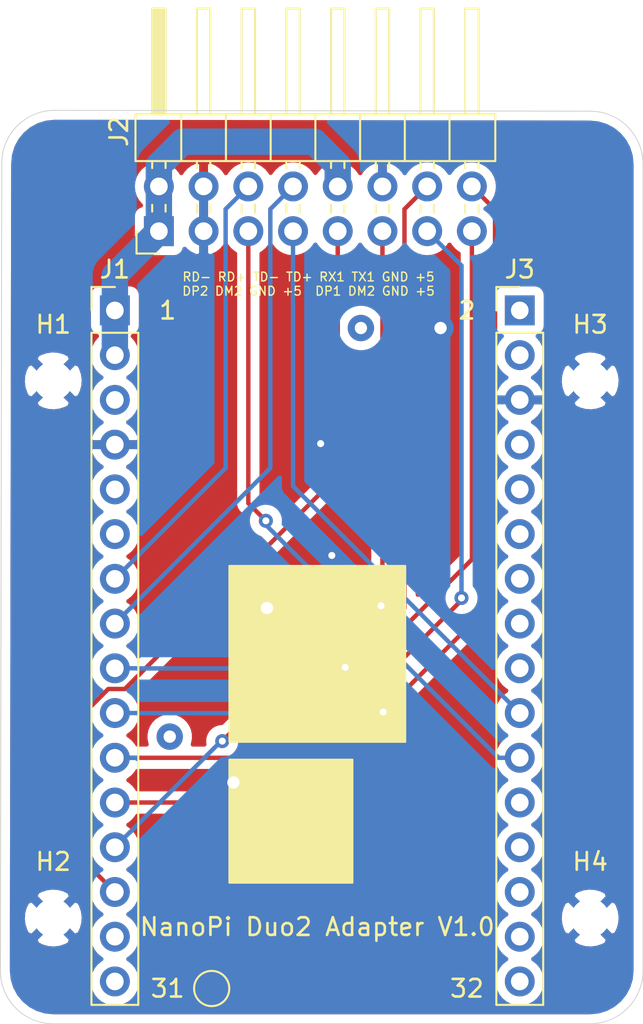
<source format=kicad_pcb>
(kicad_pcb (version 20171130) (host pcbnew "(5.1.4)-1")

  (general
    (thickness 1.6)
    (drawings 17)
    (tracks 78)
    (zones 0)
    (modules 7)
    (nets 31)
  )

  (page A4)
  (layers
    (0 F.Cu signal)
    (31 B.Cu signal)
    (32 B.Adhes user hide)
    (33 F.Adhes user hide)
    (34 B.Paste user hide)
    (35 F.Paste user hide)
    (36 B.SilkS user)
    (37 F.SilkS user)
    (38 B.Mask user)
    (39 F.Mask user)
    (40 Dwgs.User user hide)
    (41 Cmts.User user hide)
    (42 Eco1.User user hide)
    (43 Eco2.User user hide)
    (44 Edge.Cuts user)
    (45 Margin user hide)
    (46 B.CrtYd user)
    (47 F.CrtYd user)
    (48 B.Fab user hide)
    (49 F.Fab user)
  )

  (setup
    (last_trace_width 0.25)
    (user_trace_width 0.5)
    (user_trace_width 1)
    (user_trace_width 1.5)
    (trace_clearance 0.2)
    (zone_clearance 0.508)
    (zone_45_only no)
    (trace_min 0.2)
    (via_size 0.8)
    (via_drill 0.4)
    (via_min_size 0.4)
    (via_min_drill 0.3)
    (user_via 1.5 0.7)
    (uvia_size 0.3)
    (uvia_drill 0.1)
    (uvias_allowed no)
    (uvia_min_size 0.2)
    (uvia_min_drill 0.1)
    (edge_width 0.05)
    (segment_width 0.2)
    (pcb_text_width 0.3)
    (pcb_text_size 1.5 1.5)
    (mod_edge_width 0.12)
    (mod_text_size 1 1)
    (mod_text_width 0.15)
    (pad_size 6.4 6.4)
    (pad_drill 3.2)
    (pad_to_mask_clearance 0.051)
    (solder_mask_min_width 0.25)
    (aux_axis_origin 0 0)
    (visible_elements FFFFFF7F)
    (pcbplotparams
      (layerselection 0x010fc_ffffffff)
      (usegerberextensions false)
      (usegerberattributes false)
      (usegerberadvancedattributes false)
      (creategerberjobfile false)
      (excludeedgelayer true)
      (linewidth 0.100000)
      (plotframeref false)
      (viasonmask false)
      (mode 1)
      (useauxorigin false)
      (hpglpennumber 1)
      (hpglpenspeed 20)
      (hpglpendiameter 15.000000)
      (psnegative false)
      (psa4output false)
      (plotreference true)
      (plotvalue true)
      (plotinvisibletext false)
      (padsonsilk false)
      (subtractmaskfromsilk false)
      (outputformat 1)
      (mirror false)
      (drillshape 1)
      (scaleselection 1)
      (outputdirectory ""))
  )

  (net 0 "")
  (net 1 +5V)
  (net 2 "Net-(J1-Pad3)")
  (net 3 GND)
  (net 4 "Net-(J1-Pad5)")
  (net 5 "Net-(J1-Pad6)")
  (net 6 "Net-(J1-Pad7)")
  (net 7 "Net-(J1-Pad8)")
  (net 8 "Net-(J1-Pad9)")
  (net 9 "Net-(J1-Pad10)")
  (net 10 "Net-(J1-Pad11)")
  (net 11 "Net-(J1-Pad12)")
  (net 12 "Net-(J1-Pad13)")
  (net 13 "Net-(J1-Pad14)")
  (net 14 "Net-(J1-Pad15)")
  (net 15 "Net-(J1-Pad16)")
  (net 16 "Net-(J2-Pad5)")
  (net 17 "Net-(J2-Pad7)")
  (net 18 "Net-(J3-Pad16)")
  (net 19 "Net-(J3-Pad15)")
  (net 20 "Net-(J3-Pad14)")
  (net 21 "Net-(J3-Pad13)")
  (net 22 "Net-(J3-Pad12)")
  (net 23 "Net-(J3-Pad9)")
  (net 24 "Net-(J3-Pad8)")
  (net 25 "Net-(J3-Pad7)")
  (net 26 "Net-(J3-Pad6)")
  (net 27 "Net-(J3-Pad5)")
  (net 28 "Net-(J3-Pad4)")
  (net 29 "Net-(J3-Pad2)")
  (net 30 "Net-(J3-Pad1)")

  (net_class Default "This is the default net class."
    (clearance 0.2)
    (trace_width 0.25)
    (via_dia 0.8)
    (via_drill 0.4)
    (uvia_dia 0.3)
    (uvia_drill 0.1)
    (add_net +5V)
    (add_net GND)
    (add_net "Net-(J1-Pad10)")
    (add_net "Net-(J1-Pad11)")
    (add_net "Net-(J1-Pad12)")
    (add_net "Net-(J1-Pad13)")
    (add_net "Net-(J1-Pad14)")
    (add_net "Net-(J1-Pad15)")
    (add_net "Net-(J1-Pad16)")
    (add_net "Net-(J1-Pad3)")
    (add_net "Net-(J1-Pad5)")
    (add_net "Net-(J1-Pad6)")
    (add_net "Net-(J1-Pad7)")
    (add_net "Net-(J1-Pad8)")
    (add_net "Net-(J1-Pad9)")
    (add_net "Net-(J2-Pad5)")
    (add_net "Net-(J2-Pad7)")
    (add_net "Net-(J3-Pad1)")
    (add_net "Net-(J3-Pad12)")
    (add_net "Net-(J3-Pad13)")
    (add_net "Net-(J3-Pad14)")
    (add_net "Net-(J3-Pad15)")
    (add_net "Net-(J3-Pad16)")
    (add_net "Net-(J3-Pad2)")
    (add_net "Net-(J3-Pad4)")
    (add_net "Net-(J3-Pad5)")
    (add_net "Net-(J3-Pad6)")
    (add_net "Net-(J3-Pad7)")
    (add_net "Net-(J3-Pad8)")
    (add_net "Net-(J3-Pad9)")
  )

  (module Connector_PinHeader_2.54mm:PinHeader_1x16_P2.54mm_Vertical (layer F.Cu) (tedit 59FED5CC) (tstamp 5D777240)
    (at 103.5 115.5)
    (descr "Through hole straight pin header, 1x16, 2.54mm pitch, single row")
    (tags "Through hole pin header THT 1x16 2.54mm single row")
    (path /5D7706E8)
    (fp_text reference J1 (at 0 -2.33) (layer F.SilkS)
      (effects (font (size 1 1) (thickness 0.15)))
    )
    (fp_text value "Duo Left Header" (at -2.9795 19.374 90) (layer F.Fab)
      (effects (font (size 1 1) (thickness 0.15)))
    )
    (fp_line (start -0.635 -1.27) (end 1.27 -1.27) (layer F.Fab) (width 0.1))
    (fp_line (start 1.27 -1.27) (end 1.27 39.37) (layer F.Fab) (width 0.1))
    (fp_line (start 1.27 39.37) (end -1.27 39.37) (layer F.Fab) (width 0.1))
    (fp_line (start -1.27 39.37) (end -1.27 -0.635) (layer F.Fab) (width 0.1))
    (fp_line (start -1.27 -0.635) (end -0.635 -1.27) (layer F.Fab) (width 0.1))
    (fp_line (start -1.33 39.43) (end 1.33 39.43) (layer F.SilkS) (width 0.12))
    (fp_line (start -1.33 1.27) (end -1.33 39.43) (layer F.SilkS) (width 0.12))
    (fp_line (start 1.33 1.27) (end 1.33 39.43) (layer F.SilkS) (width 0.12))
    (fp_line (start -1.33 1.27) (end 1.33 1.27) (layer F.SilkS) (width 0.12))
    (fp_line (start -1.33 0) (end -1.33 -1.33) (layer F.SilkS) (width 0.12))
    (fp_line (start -1.33 -1.33) (end 0 -1.33) (layer F.SilkS) (width 0.12))
    (fp_line (start -1.8 -1.8) (end -1.8 39.9) (layer F.CrtYd) (width 0.05))
    (fp_line (start -1.8 39.9) (end 1.8 39.9) (layer F.CrtYd) (width 0.05))
    (fp_line (start 1.8 39.9) (end 1.8 -1.8) (layer F.CrtYd) (width 0.05))
    (fp_line (start 1.8 -1.8) (end -1.8 -1.8) (layer F.CrtYd) (width 0.05))
    (fp_text user %R (at 0 19.05 90) (layer F.Fab)
      (effects (font (size 1 1) (thickness 0.15)))
    )
    (pad 1 thru_hole rect (at 0 0) (size 1.7 1.7) (drill 1) (layers *.Cu *.Mask)
      (net 1 +5V))
    (pad 2 thru_hole oval (at 0 2.54) (size 1.7 1.7) (drill 1) (layers *.Cu *.Mask)
      (net 1 +5V))
    (pad 3 thru_hole oval (at 0 5.08) (size 1.7 1.7) (drill 1) (layers *.Cu *.Mask)
      (net 2 "Net-(J1-Pad3)"))
    (pad 4 thru_hole oval (at 0 7.62) (size 1.7 1.7) (drill 1) (layers *.Cu *.Mask)
      (net 3 GND))
    (pad 5 thru_hole oval (at 0 10.16) (size 1.7 1.7) (drill 1) (layers *.Cu *.Mask)
      (net 4 "Net-(J1-Pad5)"))
    (pad 6 thru_hole oval (at 0 12.7) (size 1.7 1.7) (drill 1) (layers *.Cu *.Mask)
      (net 5 "Net-(J1-Pad6)"))
    (pad 7 thru_hole oval (at 0 15.24) (size 1.7 1.7) (drill 1) (layers *.Cu *.Mask)
      (net 6 "Net-(J1-Pad7)"))
    (pad 8 thru_hole oval (at 0 17.78) (size 1.7 1.7) (drill 1) (layers *.Cu *.Mask)
      (net 7 "Net-(J1-Pad8)"))
    (pad 9 thru_hole oval (at 0 20.32) (size 1.7 1.7) (drill 1) (layers *.Cu *.Mask)
      (net 8 "Net-(J1-Pad9)"))
    (pad 10 thru_hole oval (at 0 22.86) (size 1.7 1.7) (drill 1) (layers *.Cu *.Mask)
      (net 9 "Net-(J1-Pad10)"))
    (pad 11 thru_hole oval (at 0 25.4) (size 1.7 1.7) (drill 1) (layers *.Cu *.Mask)
      (net 10 "Net-(J1-Pad11)"))
    (pad 12 thru_hole oval (at 0 27.94) (size 1.7 1.7) (drill 1) (layers *.Cu *.Mask)
      (net 11 "Net-(J1-Pad12)"))
    (pad 13 thru_hole oval (at 0 30.48) (size 1.7 1.7) (drill 1) (layers *.Cu *.Mask)
      (net 12 "Net-(J1-Pad13)"))
    (pad 14 thru_hole oval (at 0 33.02) (size 1.7 1.7) (drill 1) (layers *.Cu *.Mask)
      (net 13 "Net-(J1-Pad14)"))
    (pad 15 thru_hole oval (at 0 35.56) (size 1.7 1.7) (drill 1) (layers *.Cu *.Mask)
      (net 14 "Net-(J1-Pad15)"))
    (pad 16 thru_hole oval (at 0 38.1) (size 1.7 1.7) (drill 1) (layers *.Cu *.Mask)
      (net 15 "Net-(J1-Pad16)"))
    (model ${KISYS3DMOD}/Connector_PinHeader_2.54mm.3dshapes/PinHeader_1x16_P2.54mm_Vertical.wrl
      (at (xyz 0 0 0))
      (scale (xyz 1 1 1))
      (rotate (xyz 0 0 0))
    )
  )

  (module Connector_PinHeader_2.54mm:PinHeader_2x08_P2.54mm_Horizontal (layer F.Cu) (tedit 59FED5CB) (tstamp 5D77607F)
    (at 106 111 90)
    (descr "Through hole angled pin header, 2x08, 2.54mm pitch, 6mm pin length, double rows")
    (tags "Through hole angled pin header THT 2x08 2.54mm double row")
    (path /5D7750B7)
    (fp_text reference J2 (at 5.655 -2.27 90) (layer F.SilkS)
      (effects (font (size 1 1) (thickness 0.15)))
    )
    (fp_text value "I/O Header" (at -8.5 8.5 180) (layer F.Fab)
      (effects (font (size 1 1) (thickness 0.15)))
    )
    (fp_line (start 4.675 -1.27) (end 6.58 -1.27) (layer F.Fab) (width 0.1))
    (fp_line (start 6.58 -1.27) (end 6.58 19.05) (layer F.Fab) (width 0.1))
    (fp_line (start 6.58 19.05) (end 4.04 19.05) (layer F.Fab) (width 0.1))
    (fp_line (start 4.04 19.05) (end 4.04 -0.635) (layer F.Fab) (width 0.1))
    (fp_line (start 4.04 -0.635) (end 4.675 -1.27) (layer F.Fab) (width 0.1))
    (fp_line (start -0.32 -0.32) (end 4.04 -0.32) (layer F.Fab) (width 0.1))
    (fp_line (start -0.32 -0.32) (end -0.32 0.32) (layer F.Fab) (width 0.1))
    (fp_line (start -0.32 0.32) (end 4.04 0.32) (layer F.Fab) (width 0.1))
    (fp_line (start 6.58 -0.32) (end 12.58 -0.32) (layer F.Fab) (width 0.1))
    (fp_line (start 12.58 -0.32) (end 12.58 0.32) (layer F.Fab) (width 0.1))
    (fp_line (start 6.58 0.32) (end 12.58 0.32) (layer F.Fab) (width 0.1))
    (fp_line (start -0.32 2.22) (end 4.04 2.22) (layer F.Fab) (width 0.1))
    (fp_line (start -0.32 2.22) (end -0.32 2.86) (layer F.Fab) (width 0.1))
    (fp_line (start -0.32 2.86) (end 4.04 2.86) (layer F.Fab) (width 0.1))
    (fp_line (start 6.58 2.22) (end 12.58 2.22) (layer F.Fab) (width 0.1))
    (fp_line (start 12.58 2.22) (end 12.58 2.86) (layer F.Fab) (width 0.1))
    (fp_line (start 6.58 2.86) (end 12.58 2.86) (layer F.Fab) (width 0.1))
    (fp_line (start -0.32 4.76) (end 4.04 4.76) (layer F.Fab) (width 0.1))
    (fp_line (start -0.32 4.76) (end -0.32 5.4) (layer F.Fab) (width 0.1))
    (fp_line (start -0.32 5.4) (end 4.04 5.4) (layer F.Fab) (width 0.1))
    (fp_line (start 6.58 4.76) (end 12.58 4.76) (layer F.Fab) (width 0.1))
    (fp_line (start 12.58 4.76) (end 12.58 5.4) (layer F.Fab) (width 0.1))
    (fp_line (start 6.58 5.4) (end 12.58 5.4) (layer F.Fab) (width 0.1))
    (fp_line (start -0.32 7.3) (end 4.04 7.3) (layer F.Fab) (width 0.1))
    (fp_line (start -0.32 7.3) (end -0.32 7.94) (layer F.Fab) (width 0.1))
    (fp_line (start -0.32 7.94) (end 4.04 7.94) (layer F.Fab) (width 0.1))
    (fp_line (start 6.58 7.3) (end 12.58 7.3) (layer F.Fab) (width 0.1))
    (fp_line (start 12.58 7.3) (end 12.58 7.94) (layer F.Fab) (width 0.1))
    (fp_line (start 6.58 7.94) (end 12.58 7.94) (layer F.Fab) (width 0.1))
    (fp_line (start -0.32 9.84) (end 4.04 9.84) (layer F.Fab) (width 0.1))
    (fp_line (start -0.32 9.84) (end -0.32 10.48) (layer F.Fab) (width 0.1))
    (fp_line (start -0.32 10.48) (end 4.04 10.48) (layer F.Fab) (width 0.1))
    (fp_line (start 6.58 9.84) (end 12.58 9.84) (layer F.Fab) (width 0.1))
    (fp_line (start 12.58 9.84) (end 12.58 10.48) (layer F.Fab) (width 0.1))
    (fp_line (start 6.58 10.48) (end 12.58 10.48) (layer F.Fab) (width 0.1))
    (fp_line (start -0.32 12.38) (end 4.04 12.38) (layer F.Fab) (width 0.1))
    (fp_line (start -0.32 12.38) (end -0.32 13.02) (layer F.Fab) (width 0.1))
    (fp_line (start -0.32 13.02) (end 4.04 13.02) (layer F.Fab) (width 0.1))
    (fp_line (start 6.58 12.38) (end 12.58 12.38) (layer F.Fab) (width 0.1))
    (fp_line (start 12.58 12.38) (end 12.58 13.02) (layer F.Fab) (width 0.1))
    (fp_line (start 6.58 13.02) (end 12.58 13.02) (layer F.Fab) (width 0.1))
    (fp_line (start -0.32 14.92) (end 4.04 14.92) (layer F.Fab) (width 0.1))
    (fp_line (start -0.32 14.92) (end -0.32 15.56) (layer F.Fab) (width 0.1))
    (fp_line (start -0.32 15.56) (end 4.04 15.56) (layer F.Fab) (width 0.1))
    (fp_line (start 6.58 14.92) (end 12.58 14.92) (layer F.Fab) (width 0.1))
    (fp_line (start 12.58 14.92) (end 12.58 15.56) (layer F.Fab) (width 0.1))
    (fp_line (start 6.58 15.56) (end 12.58 15.56) (layer F.Fab) (width 0.1))
    (fp_line (start -0.32 17.46) (end 4.04 17.46) (layer F.Fab) (width 0.1))
    (fp_line (start -0.32 17.46) (end -0.32 18.1) (layer F.Fab) (width 0.1))
    (fp_line (start -0.32 18.1) (end 4.04 18.1) (layer F.Fab) (width 0.1))
    (fp_line (start 6.58 17.46) (end 12.58 17.46) (layer F.Fab) (width 0.1))
    (fp_line (start 12.58 17.46) (end 12.58 18.1) (layer F.Fab) (width 0.1))
    (fp_line (start 6.58 18.1) (end 12.58 18.1) (layer F.Fab) (width 0.1))
    (fp_line (start 3.98 -1.33) (end 3.98 19.11) (layer F.SilkS) (width 0.12))
    (fp_line (start 3.98 19.11) (end 6.64 19.11) (layer F.SilkS) (width 0.12))
    (fp_line (start 6.64 19.11) (end 6.64 -1.33) (layer F.SilkS) (width 0.12))
    (fp_line (start 6.64 -1.33) (end 3.98 -1.33) (layer F.SilkS) (width 0.12))
    (fp_line (start 6.64 -0.38) (end 12.64 -0.38) (layer F.SilkS) (width 0.12))
    (fp_line (start 12.64 -0.38) (end 12.64 0.38) (layer F.SilkS) (width 0.12))
    (fp_line (start 12.64 0.38) (end 6.64 0.38) (layer F.SilkS) (width 0.12))
    (fp_line (start 6.64 -0.32) (end 12.64 -0.32) (layer F.SilkS) (width 0.12))
    (fp_line (start 6.64 -0.2) (end 12.64 -0.2) (layer F.SilkS) (width 0.12))
    (fp_line (start 6.64 -0.08) (end 12.64 -0.08) (layer F.SilkS) (width 0.12))
    (fp_line (start 6.64 0.04) (end 12.64 0.04) (layer F.SilkS) (width 0.12))
    (fp_line (start 6.64 0.16) (end 12.64 0.16) (layer F.SilkS) (width 0.12))
    (fp_line (start 6.64 0.28) (end 12.64 0.28) (layer F.SilkS) (width 0.12))
    (fp_line (start 3.582929 -0.38) (end 3.98 -0.38) (layer F.SilkS) (width 0.12))
    (fp_line (start 3.582929 0.38) (end 3.98 0.38) (layer F.SilkS) (width 0.12))
    (fp_line (start 1.11 -0.38) (end 1.497071 -0.38) (layer F.SilkS) (width 0.12))
    (fp_line (start 1.11 0.38) (end 1.497071 0.38) (layer F.SilkS) (width 0.12))
    (fp_line (start 3.98 1.27) (end 6.64 1.27) (layer F.SilkS) (width 0.12))
    (fp_line (start 6.64 2.16) (end 12.64 2.16) (layer F.SilkS) (width 0.12))
    (fp_line (start 12.64 2.16) (end 12.64 2.92) (layer F.SilkS) (width 0.12))
    (fp_line (start 12.64 2.92) (end 6.64 2.92) (layer F.SilkS) (width 0.12))
    (fp_line (start 3.582929 2.16) (end 3.98 2.16) (layer F.SilkS) (width 0.12))
    (fp_line (start 3.582929 2.92) (end 3.98 2.92) (layer F.SilkS) (width 0.12))
    (fp_line (start 1.042929 2.16) (end 1.497071 2.16) (layer F.SilkS) (width 0.12))
    (fp_line (start 1.042929 2.92) (end 1.497071 2.92) (layer F.SilkS) (width 0.12))
    (fp_line (start 3.98 3.81) (end 6.64 3.81) (layer F.SilkS) (width 0.12))
    (fp_line (start 6.64 4.7) (end 12.64 4.7) (layer F.SilkS) (width 0.12))
    (fp_line (start 12.64 4.7) (end 12.64 5.46) (layer F.SilkS) (width 0.12))
    (fp_line (start 12.64 5.46) (end 6.64 5.46) (layer F.SilkS) (width 0.12))
    (fp_line (start 3.582929 4.7) (end 3.98 4.7) (layer F.SilkS) (width 0.12))
    (fp_line (start 3.582929 5.46) (end 3.98 5.46) (layer F.SilkS) (width 0.12))
    (fp_line (start 1.042929 4.7) (end 1.497071 4.7) (layer F.SilkS) (width 0.12))
    (fp_line (start 1.042929 5.46) (end 1.497071 5.46) (layer F.SilkS) (width 0.12))
    (fp_line (start 3.98 6.35) (end 6.64 6.35) (layer F.SilkS) (width 0.12))
    (fp_line (start 6.64 7.24) (end 12.64 7.24) (layer F.SilkS) (width 0.12))
    (fp_line (start 12.64 7.24) (end 12.64 8) (layer F.SilkS) (width 0.12))
    (fp_line (start 12.64 8) (end 6.64 8) (layer F.SilkS) (width 0.12))
    (fp_line (start 3.582929 7.24) (end 3.98 7.24) (layer F.SilkS) (width 0.12))
    (fp_line (start 3.582929 8) (end 3.98 8) (layer F.SilkS) (width 0.12))
    (fp_line (start 1.042929 7.24) (end 1.497071 7.24) (layer F.SilkS) (width 0.12))
    (fp_line (start 1.042929 8) (end 1.497071 8) (layer F.SilkS) (width 0.12))
    (fp_line (start 3.98 8.89) (end 6.64 8.89) (layer F.SilkS) (width 0.12))
    (fp_line (start 6.64 9.78) (end 12.64 9.78) (layer F.SilkS) (width 0.12))
    (fp_line (start 12.64 9.78) (end 12.64 10.54) (layer F.SilkS) (width 0.12))
    (fp_line (start 12.64 10.54) (end 6.64 10.54) (layer F.SilkS) (width 0.12))
    (fp_line (start 3.582929 9.78) (end 3.98 9.78) (layer F.SilkS) (width 0.12))
    (fp_line (start 3.582929 10.54) (end 3.98 10.54) (layer F.SilkS) (width 0.12))
    (fp_line (start 1.042929 9.78) (end 1.497071 9.78) (layer F.SilkS) (width 0.12))
    (fp_line (start 1.042929 10.54) (end 1.497071 10.54) (layer F.SilkS) (width 0.12))
    (fp_line (start 3.98 11.43) (end 6.64 11.43) (layer F.SilkS) (width 0.12))
    (fp_line (start 6.64 12.32) (end 12.64 12.32) (layer F.SilkS) (width 0.12))
    (fp_line (start 12.64 12.32) (end 12.64 13.08) (layer F.SilkS) (width 0.12))
    (fp_line (start 12.64 13.08) (end 6.64 13.08) (layer F.SilkS) (width 0.12))
    (fp_line (start 3.582929 12.32) (end 3.98 12.32) (layer F.SilkS) (width 0.12))
    (fp_line (start 3.582929 13.08) (end 3.98 13.08) (layer F.SilkS) (width 0.12))
    (fp_line (start 1.042929 12.32) (end 1.497071 12.32) (layer F.SilkS) (width 0.12))
    (fp_line (start 1.042929 13.08) (end 1.497071 13.08) (layer F.SilkS) (width 0.12))
    (fp_line (start 3.98 13.97) (end 6.64 13.97) (layer F.SilkS) (width 0.12))
    (fp_line (start 6.64 14.86) (end 12.64 14.86) (layer F.SilkS) (width 0.12))
    (fp_line (start 12.64 14.86) (end 12.64 15.62) (layer F.SilkS) (width 0.12))
    (fp_line (start 12.64 15.62) (end 6.64 15.62) (layer F.SilkS) (width 0.12))
    (fp_line (start 3.582929 14.86) (end 3.98 14.86) (layer F.SilkS) (width 0.12))
    (fp_line (start 3.582929 15.62) (end 3.98 15.62) (layer F.SilkS) (width 0.12))
    (fp_line (start 1.042929 14.86) (end 1.497071 14.86) (layer F.SilkS) (width 0.12))
    (fp_line (start 1.042929 15.62) (end 1.497071 15.62) (layer F.SilkS) (width 0.12))
    (fp_line (start 3.98 16.51) (end 6.64 16.51) (layer F.SilkS) (width 0.12))
    (fp_line (start 6.64 17.4) (end 12.64 17.4) (layer F.SilkS) (width 0.12))
    (fp_line (start 12.64 17.4) (end 12.64 18.16) (layer F.SilkS) (width 0.12))
    (fp_line (start 12.64 18.16) (end 6.64 18.16) (layer F.SilkS) (width 0.12))
    (fp_line (start 3.582929 17.4) (end 3.98 17.4) (layer F.SilkS) (width 0.12))
    (fp_line (start 3.582929 18.16) (end 3.98 18.16) (layer F.SilkS) (width 0.12))
    (fp_line (start 1.042929 17.4) (end 1.497071 17.4) (layer F.SilkS) (width 0.12))
    (fp_line (start 1.042929 18.16) (end 1.497071 18.16) (layer F.SilkS) (width 0.12))
    (fp_line (start -1.27 0) (end -1.27 -1.27) (layer F.SilkS) (width 0.12))
    (fp_line (start -1.27 -1.27) (end 0 -1.27) (layer F.SilkS) (width 0.12))
    (fp_line (start -1.8 -1.8) (end -1.8 19.55) (layer F.CrtYd) (width 0.05))
    (fp_line (start -1.8 19.55) (end 13.1 19.55) (layer F.CrtYd) (width 0.05))
    (fp_line (start 13.1 19.55) (end 13.1 -1.8) (layer F.CrtYd) (width 0.05))
    (fp_line (start 13.1 -1.8) (end -1.8 -1.8) (layer F.CrtYd) (width 0.05))
    (fp_text user %R (at 5.31 8.89) (layer F.Fab)
      (effects (font (size 1 1) (thickness 0.15)))
    )
    (pad 1 thru_hole rect (at 0 0 90) (size 1.7 1.7) (drill 1) (layers *.Cu *.Mask)
      (net 1 +5V))
    (pad 2 thru_hole oval (at 2.54 0 90) (size 1.7 1.7) (drill 1) (layers *.Cu *.Mask)
      (net 1 +5V))
    (pad 3 thru_hole oval (at 0 2.54 90) (size 1.7 1.7) (drill 1) (layers *.Cu *.Mask)
      (net 3 GND))
    (pad 4 thru_hole oval (at 2.54 2.54 90) (size 1.7 1.7) (drill 1) (layers *.Cu *.Mask)
      (net 3 GND))
    (pad 5 thru_hole oval (at 0 5.08 90) (size 1.7 1.7) (drill 1) (layers *.Cu *.Mask)
      (net 16 "Net-(J2-Pad5)"))
    (pad 6 thru_hole oval (at 2.54 5.08 90) (size 1.7 1.7) (drill 1) (layers *.Cu *.Mask)
      (net 6 "Net-(J1-Pad7)"))
    (pad 7 thru_hole oval (at 0 7.62 90) (size 1.7 1.7) (drill 1) (layers *.Cu *.Mask)
      (net 17 "Net-(J2-Pad7)"))
    (pad 8 thru_hole oval (at 2.54 7.62 90) (size 1.7 1.7) (drill 1) (layers *.Cu *.Mask)
      (net 7 "Net-(J1-Pad8)"))
    (pad 9 thru_hole oval (at 0 10.16 90) (size 1.7 1.7) (drill 1) (layers *.Cu *.Mask)
      (net 13 "Net-(J1-Pad14)"))
    (pad 10 thru_hole oval (at 2.54 10.16 90) (size 1.7 1.7) (drill 1) (layers *.Cu *.Mask)
      (net 1 +5V))
    (pad 11 thru_hole oval (at 0 12.7 90) (size 1.7 1.7) (drill 1) (layers *.Cu *.Mask)
      (net 12 "Net-(J1-Pad13)"))
    (pad 12 thru_hole oval (at 2.54 12.7 90) (size 1.7 1.7) (drill 1) (layers *.Cu *.Mask)
      (net 3 GND))
    (pad 13 thru_hole oval (at 0 15.24 90) (size 1.7 1.7) (drill 1) (layers *.Cu *.Mask)
      (net 11 "Net-(J1-Pad12)"))
    (pad 14 thru_hole oval (at 2.54 15.24 90) (size 1.7 1.7) (drill 1) (layers *.Cu *.Mask)
      (net 8 "Net-(J1-Pad9)"))
    (pad 15 thru_hole oval (at 0 17.78 90) (size 1.7 1.7) (drill 1) (layers *.Cu *.Mask)
      (net 10 "Net-(J1-Pad11)"))
    (pad 16 thru_hole oval (at 2.54 17.78 90) (size 1.7 1.7) (drill 1) (layers *.Cu *.Mask)
      (net 9 "Net-(J1-Pad10)"))
    (model ${KISYS3DMOD}/Connector_PinHeader_2.54mm.3dshapes/PinHeader_2x08_P2.54mm_Horizontal.wrl
      (at (xyz 0 0 0))
      (scale (xyz 1 1 1))
      (rotate (xyz 0 0 0))
    )
  )

  (module Connector_PinHeader_2.54mm:PinHeader_1x16_P2.54mm_Vertical (layer F.Cu) (tedit 59FED5CC) (tstamp 5D7760A3)
    (at 126.5 115.5)
    (descr "Through hole straight pin header, 1x16, 2.54mm pitch, single row")
    (tags "Through hole pin header THT 1x16 2.54mm single row")
    (path /5D77329E)
    (fp_text reference J3 (at 0 -2.33) (layer F.SilkS)
      (effects (font (size 1 1) (thickness 0.15)))
    )
    (fp_text value "Duo2 Right Header" (at 3.04 18.358 90) (layer F.Fab)
      (effects (font (size 1 1) (thickness 0.15)))
    )
    (fp_text user %R (at 0 19.05 90) (layer F.Fab)
      (effects (font (size 1 1) (thickness 0.15)))
    )
    (fp_line (start 1.8 -1.8) (end -1.8 -1.8) (layer F.CrtYd) (width 0.05))
    (fp_line (start 1.8 39.9) (end 1.8 -1.8) (layer F.CrtYd) (width 0.05))
    (fp_line (start -1.8 39.9) (end 1.8 39.9) (layer F.CrtYd) (width 0.05))
    (fp_line (start -1.8 -1.8) (end -1.8 39.9) (layer F.CrtYd) (width 0.05))
    (fp_line (start -1.33 -1.33) (end 0 -1.33) (layer F.SilkS) (width 0.12))
    (fp_line (start -1.33 0) (end -1.33 -1.33) (layer F.SilkS) (width 0.12))
    (fp_line (start -1.33 1.27) (end 1.33 1.27) (layer F.SilkS) (width 0.12))
    (fp_line (start 1.33 1.27) (end 1.33 39.43) (layer F.SilkS) (width 0.12))
    (fp_line (start -1.33 1.27) (end -1.33 39.43) (layer F.SilkS) (width 0.12))
    (fp_line (start -1.33 39.43) (end 1.33 39.43) (layer F.SilkS) (width 0.12))
    (fp_line (start -1.27 -0.635) (end -0.635 -1.27) (layer F.Fab) (width 0.1))
    (fp_line (start -1.27 39.37) (end -1.27 -0.635) (layer F.Fab) (width 0.1))
    (fp_line (start 1.27 39.37) (end -1.27 39.37) (layer F.Fab) (width 0.1))
    (fp_line (start 1.27 -1.27) (end 1.27 39.37) (layer F.Fab) (width 0.1))
    (fp_line (start -0.635 -1.27) (end 1.27 -1.27) (layer F.Fab) (width 0.1))
    (pad 16 thru_hole oval (at 0 38.1) (size 1.7 1.7) (drill 1) (layers *.Cu *.Mask)
      (net 18 "Net-(J3-Pad16)"))
    (pad 15 thru_hole oval (at 0 35.56) (size 1.7 1.7) (drill 1) (layers *.Cu *.Mask)
      (net 19 "Net-(J3-Pad15)"))
    (pad 14 thru_hole oval (at 0 33.02) (size 1.7 1.7) (drill 1) (layers *.Cu *.Mask)
      (net 20 "Net-(J3-Pad14)"))
    (pad 13 thru_hole oval (at 0 30.48) (size 1.7 1.7) (drill 1) (layers *.Cu *.Mask)
      (net 21 "Net-(J3-Pad13)"))
    (pad 12 thru_hole oval (at 0 27.94) (size 1.7 1.7) (drill 1) (layers *.Cu *.Mask)
      (net 22 "Net-(J3-Pad12)"))
    (pad 11 thru_hole oval (at 0 25.4) (size 1.7 1.7) (drill 1) (layers *.Cu *.Mask)
      (net 16 "Net-(J2-Pad5)"))
    (pad 10 thru_hole oval (at 0 22.86) (size 1.7 1.7) (drill 1) (layers *.Cu *.Mask)
      (net 17 "Net-(J2-Pad7)"))
    (pad 9 thru_hole oval (at 0 20.32) (size 1.7 1.7) (drill 1) (layers *.Cu *.Mask)
      (net 23 "Net-(J3-Pad9)"))
    (pad 8 thru_hole oval (at 0 17.78) (size 1.7 1.7) (drill 1) (layers *.Cu *.Mask)
      (net 24 "Net-(J3-Pad8)"))
    (pad 7 thru_hole oval (at 0 15.24) (size 1.7 1.7) (drill 1) (layers *.Cu *.Mask)
      (net 25 "Net-(J3-Pad7)"))
    (pad 6 thru_hole oval (at 0 12.7) (size 1.7 1.7) (drill 1) (layers *.Cu *.Mask)
      (net 26 "Net-(J3-Pad6)"))
    (pad 5 thru_hole oval (at 0 10.16) (size 1.7 1.7) (drill 1) (layers *.Cu *.Mask)
      (net 27 "Net-(J3-Pad5)"))
    (pad 4 thru_hole oval (at 0 7.62) (size 1.7 1.7) (drill 1) (layers *.Cu *.Mask)
      (net 28 "Net-(J3-Pad4)"))
    (pad 3 thru_hole oval (at 0 5.08) (size 1.7 1.7) (drill 1) (layers *.Cu *.Mask)
      (net 3 GND))
    (pad 2 thru_hole oval (at 0 2.54) (size 1.7 1.7) (drill 1) (layers *.Cu *.Mask)
      (net 29 "Net-(J3-Pad2)"))
    (pad 1 thru_hole rect (at 0 0) (size 1.7 1.7) (drill 1) (layers *.Cu *.Mask)
      (net 30 "Net-(J3-Pad1)"))
    (model ${KISYS3DMOD}/Connector_PinHeader_2.54mm.3dshapes/PinHeader_1x16_P2.54mm_Vertical.wrl
      (at (xyz 0 0 0))
      (scale (xyz 1 1 1))
      (rotate (xyz 0 0 0))
    )
  )

  (module MountingHole:MountingHole_2.2mm_M2 (layer F.Cu) (tedit 56D1B4CB) (tstamp 5D7771BA)
    (at 100 119.5)
    (descr "Mounting Hole 2.2mm, no annular, M2")
    (tags "mounting hole 2.2mm no annular m2")
    (path /5D7F2D97)
    (attr virtual)
    (fp_text reference H1 (at 0 -3.2) (layer F.SilkS)
      (effects (font (size 1 1) (thickness 0.15)))
    )
    (fp_text value ULMount (at -1.829 5.6585 90) (layer F.Fab)
      (effects (font (size 1 1) (thickness 0.15)))
    )
    (fp_text user %R (at 0.3 0) (layer F.Fab)
      (effects (font (size 1 1) (thickness 0.15)))
    )
    (fp_circle (center 0 0) (end 2.2 0) (layer Cmts.User) (width 0.15))
    (fp_circle (center 0 0) (end 2.45 0) (layer F.CrtYd) (width 0.05))
    (pad 1 np_thru_hole circle (at 0 0) (size 2.2 2.2) (drill 2.2) (layers *.Cu *.Mask)
      (net 3 GND))
  )

  (module MountingHole:MountingHole_2.2mm_M2 (layer F.Cu) (tedit 56D1B4CB) (tstamp 5D7771C1)
    (at 100 150)
    (descr "Mounting Hole 2.2mm, no annular, M2")
    (tags "mounting hole 2.2mm no annular m2")
    (path /5D7FDCC8)
    (attr virtual)
    (fp_text reference H2 (at 0 -3.2) (layer F.SilkS)
      (effects (font (size 1 1) (thickness 0.15)))
    )
    (fp_text value LLMount (at -1.8925 -5.9185 90) (layer F.Fab)
      (effects (font (size 1 1) (thickness 0.15)))
    )
    (fp_circle (center 0 0) (end 2.45 0) (layer F.CrtYd) (width 0.05))
    (fp_circle (center 0 0) (end 2.2 0) (layer Cmts.User) (width 0.15))
    (fp_text user %R (at 0.3 0) (layer F.Fab)
      (effects (font (size 1 1) (thickness 0.15)))
    )
    (pad 1 np_thru_hole circle (at 0 0) (size 2.2 2.2) (drill 2.2) (layers *.Cu *.Mask)
      (net 3 GND))
  )

  (module MountingHole:MountingHole_2.2mm_M2 (layer F.Cu) (tedit 56D1B4CB) (tstamp 5D7771C8)
    (at 130.5 119.5)
    (descr "Mounting Hole 2.2mm, no annular, M2")
    (tags "mounting hole 2.2mm no annular m2")
    (path /5D7F6606)
    (attr virtual)
    (fp_text reference H3 (at 0 -3.2) (layer F.SilkS)
      (effects (font (size 1 1) (thickness 0.15)))
    )
    (fp_text value URMount (at 1.6435 5.7855 90) (layer F.Fab)
      (effects (font (size 1 1) (thickness 0.15)))
    )
    (fp_circle (center 0 0) (end 2.45 0) (layer F.CrtYd) (width 0.05))
    (fp_circle (center 0 0) (end 2.2 0) (layer Cmts.User) (width 0.15))
    (fp_text user %R (at 0.3 0) (layer F.Fab)
      (effects (font (size 1 1) (thickness 0.15)))
    )
    (pad 1 np_thru_hole circle (at 0 0) (size 2.2 2.2) (drill 2.2) (layers *.Cu *.Mask)
      (net 3 GND))
  )

  (module MountingHole:MountingHole_2.2mm_M2 (layer F.Cu) (tedit 56D1B4CB) (tstamp 5D7771CF)
    (at 130.5 150)
    (descr "Mounting Hole 2.2mm, no annular, M2")
    (tags "mounting hole 2.2mm no annular m2")
    (path /5D7F9B2E)
    (attr virtual)
    (fp_text reference H4 (at 0 -3.2) (layer F.SilkS)
      (effects (font (size 1 1) (thickness 0.15)))
    )
    (fp_text value LRMount (at 1.834 -5.728 270) (layer F.Fab)
      (effects (font (size 1 1) (thickness 0.15)))
    )
    (fp_text user %R (at 0.3 0) (layer F.Fab)
      (effects (font (size 1 1) (thickness 0.15)))
    )
    (fp_circle (center 0 0) (end 2.2 0) (layer Cmts.User) (width 0.15))
    (fp_circle (center 0 0) (end 2.45 0) (layer F.CrtYd) (width 0.05))
    (pad 1 np_thru_hole circle (at 0 0) (size 2.2 2.2) (drill 2.2) (layers *.Cu *.Mask)
      (net 3 GND))
  )

  (gr_text "NanoPi Duo2 Adapter V1.0" (at 115 150.5) (layer F.SilkS)
    (effects (font (size 1 1) (thickness 0.15)))
  )
  (gr_text "RD- RD+ TD- TD+ RX1 TX1 GND +5\nDP2 DM2 GND +5  DP1 DM2 GND +5" (at 114.5 114) (layer F.SilkS)
    (effects (font (size 0.5 0.5) (thickness 0.08)))
  )
  (gr_text 32 (at 123.5 154) (layer F.SilkS) (tstamp 5D777E87)
    (effects (font (size 1 1) (thickness 0.15)))
  )
  (gr_text 31 (at 106.5 154) (layer F.SilkS) (tstamp 5D777E83)
    (effects (font (size 1 1) (thickness 0.15)))
  )
  (gr_text 2 (at 123.5 115.5) (layer F.SilkS) (tstamp 5D777E80)
    (effects (font (size 1 1) (thickness 0.15)))
  )
  (gr_text 1 (at 106.5 115.5) (layer F.SilkS)
    (effects (font (size 1 1) (thickness 0.15)))
  )
  (gr_circle (center 109 154) (end 109 155) (layer F.SilkS) (width 0.12))
  (gr_poly (pts (xy 110 141) (xy 117 141) (xy 117 148) (xy 110 148)) (layer F.SilkS) (width 0.1))
  (gr_poly (pts (xy 110 130) (xy 120 130) (xy 120 140) (xy 110 140)) (layer F.SilkS) (width 0.1))
  (gr_line (start 130.5 104.188) (end 100.076 104.14) (layer Edge.Cuts) (width 0.05) (tstamp 5D7779EF))
  (gr_arc (start 130.5 107.188) (end 133.5 107.188) (angle -90) (layer Edge.Cuts) (width 0.05))
  (gr_line (start 133.5 153) (end 133.5 107.188) (layer Edge.Cuts) (width 0.05))
  (gr_arc (start 130.5 153) (end 130.5 156) (angle -90) (layer Edge.Cuts) (width 0.05))
  (gr_line (start 100 156) (end 130.5 156) (layer Edge.Cuts) (width 0.05))
  (gr_arc (start 100 153) (end 97 153) (angle -90) (layer Edge.Cuts) (width 0.05))
  (gr_line (start 97.076 107.14) (end 97 153) (layer Edge.Cuts) (width 0.05))
  (gr_arc (start 100.076 107.14) (end 100.076 104.14) (angle -90) (layer Edge.Cuts) (width 0.05))

  (via (at 117.475 116.5) (size 1.5) (drill 0.7) (layers F.Cu B.Cu) (net 0) (tstamp 5D777AD8))
  (via (at 112.141 132.3975) (size 1.5) (drill 0.7) (layers F.Cu B.Cu) (net 0) (tstamp 5D777ADB))
  (via (at 106.6165 139.7) (size 1.5) (drill 0.7) (layers F.Cu B.Cu) (net 0) (tstamp 5D777ADB))
  (via (at 110.236 142.3035) (size 1.5) (drill 0.7) (layers F.Cu B.Cu) (net 3) (tstamp 5D777ADB))
  (segment (start 103.5 113.5) (end 106 111) (width 1.5) (layer B.Cu) (net 1))
  (segment (start 103.5 115.5) (end 103.5 113.5) (width 1.5) (layer B.Cu) (net 1))
  (segment (start 106 111) (end 106 108.46) (width 1.5) (layer B.Cu) (net 1))
  (segment (start 106 107.257919) (end 107.339919 105.918) (width 1.5) (layer B.Cu) (net 1))
  (segment (start 106 108.46) (end 106 107.257919) (width 1.5) (layer B.Cu) (net 1))
  (segment (start 116.16 107.257919) (end 116.16 108.46) (width 1.5) (layer B.Cu) (net 1))
  (segment (start 114.820081 105.918) (end 116.16 107.257919) (width 1.5) (layer B.Cu) (net 1))
  (segment (start 107.339919 105.918) (end 114.820081 105.918) (width 1.5) (layer B.Cu) (net 1))
  (segment (start 103.5 118.04) (end 103.5 115.5) (width 1.5) (layer B.Cu) (net 1))
  (via (at 122 116.5) (size 1.5) (drill 0.7) (layers F.Cu B.Cu) (net 3))
  (via (at 115.824 129.413) (size 0.8) (drill 0.4) (layers F.Cu B.Cu) (net 3))
  (via (at 115.189 123.063) (size 0.8) (drill 0.4) (layers F.Cu B.Cu) (net 3))
  (via (at 118.618 132.2705) (size 0.8) (drill 0.4) (layers F.Cu B.Cu) (net 3))
  (segment (start 110.230001 109.309999) (end 111.08 108.46) (width 0.25) (layer B.Cu) (net 6))
  (segment (start 109.7915 109.7485) (end 110.230001 109.309999) (width 0.25) (layer B.Cu) (net 6))
  (segment (start 103.5 130.74) (end 109.7915 124.4485) (width 0.25) (layer B.Cu) (net 6))
  (segment (start 109.7915 124.4485) (end 109.7915 109.7485) (width 0.25) (layer B.Cu) (net 6))
  (segment (start 112.770001 109.309999) (end 113.62 108.46) (width 0.25) (layer B.Cu) (net 7))
  (segment (start 112.3315 109.7485) (end 112.770001 109.309999) (width 0.25) (layer B.Cu) (net 7))
  (segment (start 103.5 133.28) (end 112.3315 124.4485) (width 0.25) (layer B.Cu) (net 7))
  (segment (start 112.3315 124.4485) (end 112.3315 109.7485) (width 0.25) (layer B.Cu) (net 7))
  (segment (start 104.702081 135.82) (end 104.708581 135.8265) (width 0.25) (layer B.Cu) (net 8))
  (segment (start 103.5 135.82) (end 104.702081 135.82) (width 0.25) (layer B.Cu) (net 8))
  (via (at 116.586 135.763) (size 0.8) (drill 0.4) (layers F.Cu B.Cu) (net 8))
  (segment (start 104.708581 135.8265) (end 116.5225 135.8265) (width 0.25) (layer B.Cu) (net 8))
  (segment (start 116.5225 135.8265) (end 116.586 135.763) (width 0.25) (layer B.Cu) (net 8))
  (segment (start 120.390001 109.309999) (end 121.24 108.46) (width 0.25) (layer F.Cu) (net 8))
  (segment (start 119.9515 109.7485) (end 120.390001 109.309999) (width 0.25) (layer F.Cu) (net 8))
  (segment (start 116.586 135.763) (end 119.9515 132.3975) (width 0.25) (layer F.Cu) (net 8))
  (segment (start 119.9515 132.3975) (end 119.9515 109.7485) (width 0.25) (layer F.Cu) (net 8))
  (segment (start 104.702081 138.36) (end 104.708581 138.3665) (width 0.25) (layer B.Cu) (net 9))
  (segment (start 103.5 138.36) (end 104.702081 138.36) (width 0.25) (layer B.Cu) (net 9))
  (via (at 118.745 138.303) (size 0.8) (drill 0.4) (layers F.Cu B.Cu) (net 9))
  (segment (start 104.708581 138.3665) (end 118.6815 138.3665) (width 0.25) (layer B.Cu) (net 9))
  (segment (start 118.6815 138.3665) (end 118.745 138.303) (width 0.25) (layer B.Cu) (net 9))
  (segment (start 124.629999 109.309999) (end 123.78 108.46) (width 0.25) (layer F.Cu) (net 9))
  (segment (start 125.095 109.775) (end 124.629999 109.309999) (width 0.25) (layer F.Cu) (net 9))
  (segment (start 118.745 138.303) (end 125.095 131.953) (width 0.25) (layer F.Cu) (net 9))
  (segment (start 125.095 131.953) (end 125.095 109.775) (width 0.25) (layer F.Cu) (net 9))
  (segment (start 104.702081 140.9) (end 104.772081 140.97) (width 0.25) (layer B.Cu) (net 10))
  (segment (start 103.5 140.9) (end 104.702081 140.9) (width 0.25) (layer B.Cu) (net 10))
  (segment (start 123.78 112.202081) (end 123.78 111) (width 0.25) (layer F.Cu) (net 10))
  (segment (start 123.78 129.642002) (end 123.78 112.202081) (width 0.25) (layer F.Cu) (net 10))
  (segment (start 112.522002 140.9) (end 123.78 129.642002) (width 0.25) (layer F.Cu) (net 10))
  (segment (start 103.5 140.9) (end 112.522002 140.9) (width 0.25) (layer F.Cu) (net 10))
  (segment (start 103.5 143.44) (end 111.703 143.44) (width 0.25) (layer F.Cu) (net 11))
  (via (at 123.19 131.826) (size 0.8) (drill 0.4) (layers F.Cu B.Cu) (net 11))
  (segment (start 111.703 143.44) (end 123.19 131.953) (width 0.25) (layer F.Cu) (net 11))
  (segment (start 123.19 131.953) (end 123.19 131.826) (width 0.25) (layer F.Cu) (net 11))
  (segment (start 123.19 112.95) (end 121.24 111) (width 0.25) (layer B.Cu) (net 11))
  (segment (start 123.19 131.826) (end 123.19 112.95) (width 0.25) (layer B.Cu) (net 11))
  (segment (start 104.349999 145.130001) (end 104.361499 145.130001) (width 0.25) (layer B.Cu) (net 12))
  (segment (start 103.5 145.98) (end 104.349999 145.130001) (width 0.25) (layer B.Cu) (net 12))
  (via (at 109.601 139.954) (size 0.8) (drill 0.4) (layers F.Cu B.Cu) (net 12))
  (segment (start 104.361499 145.130001) (end 109.5375 139.954) (width 0.25) (layer B.Cu) (net 12))
  (segment (start 109.5375 139.954) (end 109.601 139.954) (width 0.25) (layer B.Cu) (net 12))
  (segment (start 118.7 130.855) (end 118.7 111) (width 0.25) (layer F.Cu) (net 12))
  (segment (start 109.601 139.954) (end 118.7 130.855) (width 0.25) (layer F.Cu) (net 12))
  (segment (start 116.16 112.202081) (end 116.16 111) (width 0.25) (layer F.Cu) (net 13))
  (segment (start 101.981 147.001) (end 101.981 138.139998) (width 0.25) (layer F.Cu) (net 13))
  (segment (start 103.5 148.52) (end 101.981 147.001) (width 0.25) (layer F.Cu) (net 13))
  (segment (start 101.981 138.139998) (end 103.125997 136.995001) (width 0.25) (layer F.Cu) (net 13))
  (segment (start 103.125997 136.995001) (end 104.064001 136.995001) (width 0.25) (layer F.Cu) (net 13))
  (segment (start 104.064001 136.995001) (end 116.16 124.899002) (width 0.25) (layer F.Cu) (net 13))
  (segment (start 116.16 124.899002) (end 116.16 112.202081) (width 0.25) (layer F.Cu) (net 13))
  (segment (start 125.297919 140.9) (end 112.014 127.616081) (width 0.25) (layer B.Cu) (net 16))
  (segment (start 126.5 140.9) (end 125.297919 140.9) (width 0.25) (layer B.Cu) (net 16))
  (via (at 112.0775 127.4445) (size 0.8) (drill 0.4) (layers F.Cu B.Cu) (net 16))
  (segment (start 112.014 127.616081) (end 112.014 127.508) (width 0.25) (layer B.Cu) (net 16))
  (segment (start 112.014 127.508) (end 112.0775 127.4445) (width 0.25) (layer B.Cu) (net 16))
  (segment (start 111.08 126.447) (end 111.08 111) (width 0.25) (layer F.Cu) (net 16))
  (segment (start 112.0775 127.4445) (end 111.08 126.447) (width 0.25) (layer F.Cu) (net 16))
  (segment (start 113.62 125.48) (end 113.62 111) (width 0.25) (layer B.Cu) (net 17))
  (segment (start 126.5 138.36) (end 113.62 125.48) (width 0.25) (layer B.Cu) (net 17))

  (zone (net 3) (net_name GND) (layer B.Cu) (tstamp 5D777AC9) (hatch edge 0.508)
    (connect_pads (clearance 0.508))
    (min_thickness 0.254)
    (fill yes (arc_segments 32) (thermal_gap 0.508) (thermal_bridge_width 0.508))
    (polygon
      (pts
        (xy 97 104.14) (xy 133.35 104.14) (xy 133.5 156) (xy 97 156)
      )
    )
    (filled_polygon
      (pts
        (xy 106.506655 104.810146) (xy 106.408685 104.890548) (xy 106.408683 104.89055) (xy 106.355838 104.933919) (xy 106.312469 104.986764)
        (xy 105.068764 106.23047) (xy 105.01592 106.273838) (xy 104.972551 106.326683) (xy 104.972548 106.326686) (xy 104.920918 106.389598)
        (xy 104.842844 106.484731) (xy 104.714236 106.725338) (xy 104.63504 106.986412) (xy 104.615 107.189882) (xy 104.615 107.18989)
        (xy 104.6083 107.257919) (xy 104.615 107.325948) (xy 104.615 107.910067) (xy 104.536487 108.168889) (xy 104.507815 108.46)
        (xy 104.536487 108.751111) (xy 104.615001 109.009935) (xy 104.615 109.803855) (xy 104.560498 109.90582) (xy 104.524188 110.025518)
        (xy 104.511928 110.15) (xy 104.511928 110.529386) (xy 102.568764 112.472551) (xy 102.51592 112.515919) (xy 102.472551 112.568764)
        (xy 102.472548 112.568767) (xy 102.342844 112.726812) (xy 102.214236 112.96742) (xy 102.13504 113.228493) (xy 102.1083 113.5)
        (xy 102.115001 113.568039) (xy 102.115001 114.303854) (xy 102.060498 114.40582) (xy 102.024188 114.525518) (xy 102.011928 114.65)
        (xy 102.011928 116.35) (xy 102.024188 116.474482) (xy 102.060498 116.59418) (xy 102.115001 116.696145) (xy 102.115 117.490066)
        (xy 102.036487 117.748889) (xy 102.007815 118.04) (xy 102.036487 118.331111) (xy 102.121401 118.611034) (xy 102.259294 118.869014)
        (xy 102.444866 119.095134) (xy 102.670986 119.280706) (xy 102.725791 119.31) (xy 102.670986 119.339294) (xy 102.444866 119.524866)
        (xy 102.259294 119.750986) (xy 102.121401 120.008966) (xy 102.036487 120.288889) (xy 102.007815 120.58) (xy 102.036487 120.871111)
        (xy 102.121401 121.151034) (xy 102.259294 121.409014) (xy 102.444866 121.635134) (xy 102.670986 121.820706) (xy 102.735523 121.855201)
        (xy 102.618645 121.924822) (xy 102.402412 122.119731) (xy 102.228359 122.35308) (xy 102.103175 122.615901) (xy 102.058524 122.76311)
        (xy 102.179845 122.993) (xy 103.373 122.993) (xy 103.373 122.973) (xy 103.627 122.973) (xy 103.627 122.993)
        (xy 104.820155 122.993) (xy 104.941476 122.76311) (xy 104.896825 122.615901) (xy 104.771641 122.35308) (xy 104.597588 122.119731)
        (xy 104.381355 121.924822) (xy 104.264477 121.855201) (xy 104.329014 121.820706) (xy 104.555134 121.635134) (xy 104.740706 121.409014)
        (xy 104.878599 121.151034) (xy 104.963513 120.871111) (xy 104.992185 120.58) (xy 104.963513 120.288889) (xy 104.878599 120.008966)
        (xy 104.740706 119.750986) (xy 104.555134 119.524866) (xy 104.329014 119.339294) (xy 104.274209 119.31) (xy 104.329014 119.280706)
        (xy 104.555134 119.095134) (xy 104.740706 118.869014) (xy 104.878599 118.611034) (xy 104.963513 118.331111) (xy 104.992185 118.04)
        (xy 104.963513 117.748889) (xy 104.885 117.490067) (xy 104.885 116.696144) (xy 104.939502 116.59418) (xy 104.975812 116.474482)
        (xy 104.988072 116.35) (xy 104.988072 114.65) (xy 104.975812 114.525518) (xy 104.939502 114.40582) (xy 104.885 114.303856)
        (xy 104.885 114.073685) (xy 106.470614 112.488072) (xy 106.85 112.488072) (xy 106.974482 112.475812) (xy 107.09418 112.439502)
        (xy 107.204494 112.380537) (xy 107.301185 112.301185) (xy 107.380537 112.204494) (xy 107.439502 112.09418) (xy 107.463966 112.013534)
        (xy 107.539731 112.097588) (xy 107.77308 112.271641) (xy 108.035901 112.396825) (xy 108.18311 112.441476) (xy 108.413 112.320155)
        (xy 108.413 111.127) (xy 108.393 111.127) (xy 108.393 110.873) (xy 108.413 110.873) (xy 108.413 108.587)
        (xy 108.393 108.587) (xy 108.393 108.333) (xy 108.413 108.333) (xy 108.413 108.313) (xy 108.667 108.313)
        (xy 108.667 108.333) (xy 108.687 108.333) (xy 108.687 108.587) (xy 108.667 108.587) (xy 108.667 110.873)
        (xy 108.687 110.873) (xy 108.687 111.127) (xy 108.667 111.127) (xy 108.667 112.320155) (xy 108.89689 112.441476)
        (xy 109.031501 112.400646) (xy 109.0315 124.133698) (xy 104.989765 128.175433) (xy 104.963513 127.908889) (xy 104.878599 127.628966)
        (xy 104.740706 127.370986) (xy 104.555134 127.144866) (xy 104.329014 126.959294) (xy 104.274209 126.93) (xy 104.329014 126.900706)
        (xy 104.555134 126.715134) (xy 104.740706 126.489014) (xy 104.878599 126.231034) (xy 104.963513 125.951111) (xy 104.992185 125.66)
        (xy 104.963513 125.368889) (xy 104.878599 125.088966) (xy 104.740706 124.830986) (xy 104.555134 124.604866) (xy 104.329014 124.419294)
        (xy 104.264477 124.384799) (xy 104.381355 124.315178) (xy 104.597588 124.120269) (xy 104.771641 123.88692) (xy 104.896825 123.624099)
        (xy 104.941476 123.47689) (xy 104.820155 123.247) (xy 103.627 123.247) (xy 103.627 123.267) (xy 103.373 123.267)
        (xy 103.373 123.247) (xy 102.179845 123.247) (xy 102.058524 123.47689) (xy 102.103175 123.624099) (xy 102.228359 123.88692)
        (xy 102.402412 124.120269) (xy 102.618645 124.315178) (xy 102.735523 124.384799) (xy 102.670986 124.419294) (xy 102.444866 124.604866)
        (xy 102.259294 124.830986) (xy 102.121401 125.088966) (xy 102.036487 125.368889) (xy 102.007815 125.66) (xy 102.036487 125.951111)
        (xy 102.121401 126.231034) (xy 102.259294 126.489014) (xy 102.444866 126.715134) (xy 102.670986 126.900706) (xy 102.725791 126.93)
        (xy 102.670986 126.959294) (xy 102.444866 127.144866) (xy 102.259294 127.370986) (xy 102.121401 127.628966) (xy 102.036487 127.908889)
        (xy 102.007815 128.2) (xy 102.036487 128.491111) (xy 102.121401 128.771034) (xy 102.259294 129.029014) (xy 102.444866 129.255134)
        (xy 102.670986 129.440706) (xy 102.725791 129.47) (xy 102.670986 129.499294) (xy 102.444866 129.684866) (xy 102.259294 129.910986)
        (xy 102.121401 130.168966) (xy 102.036487 130.448889) (xy 102.007815 130.74) (xy 102.036487 131.031111) (xy 102.121401 131.311034)
        (xy 102.259294 131.569014) (xy 102.444866 131.795134) (xy 102.670986 131.980706) (xy 102.725791 132.01) (xy 102.670986 132.039294)
        (xy 102.444866 132.224866) (xy 102.259294 132.450986) (xy 102.121401 132.708966) (xy 102.036487 132.988889) (xy 102.007815 133.28)
        (xy 102.036487 133.571111) (xy 102.121401 133.851034) (xy 102.259294 134.109014) (xy 102.444866 134.335134) (xy 102.670986 134.520706)
        (xy 102.725791 134.55) (xy 102.670986 134.579294) (xy 102.444866 134.764866) (xy 102.259294 134.990986) (xy 102.121401 135.248966)
        (xy 102.036487 135.528889) (xy 102.007815 135.82) (xy 102.036487 136.111111) (xy 102.121401 136.391034) (xy 102.259294 136.649014)
        (xy 102.444866 136.875134) (xy 102.670986 137.060706) (xy 102.725791 137.09) (xy 102.670986 137.119294) (xy 102.444866 137.304866)
        (xy 102.259294 137.530986) (xy 102.121401 137.788966) (xy 102.036487 138.068889) (xy 102.007815 138.36) (xy 102.036487 138.651111)
        (xy 102.121401 138.931034) (xy 102.259294 139.189014) (xy 102.444866 139.415134) (xy 102.670986 139.600706) (xy 102.725791 139.63)
        (xy 102.670986 139.659294) (xy 102.444866 139.844866) (xy 102.259294 140.070986) (xy 102.121401 140.328966) (xy 102.036487 140.608889)
        (xy 102.007815 140.9) (xy 102.036487 141.191111) (xy 102.121401 141.471034) (xy 102.259294 141.729014) (xy 102.444866 141.955134)
        (xy 102.670986 142.140706) (xy 102.725791 142.17) (xy 102.670986 142.199294) (xy 102.444866 142.384866) (xy 102.259294 142.610986)
        (xy 102.121401 142.868966) (xy 102.036487 143.148889) (xy 102.007815 143.44) (xy 102.036487 143.731111) (xy 102.121401 144.011034)
        (xy 102.259294 144.269014) (xy 102.444866 144.495134) (xy 102.670986 144.680706) (xy 102.725791 144.71) (xy 102.670986 144.739294)
        (xy 102.444866 144.924866) (xy 102.259294 145.150986) (xy 102.121401 145.408966) (xy 102.036487 145.688889) (xy 102.007815 145.98)
        (xy 102.036487 146.271111) (xy 102.121401 146.551034) (xy 102.259294 146.809014) (xy 102.444866 147.035134) (xy 102.670986 147.220706)
        (xy 102.725791 147.25) (xy 102.670986 147.279294) (xy 102.444866 147.464866) (xy 102.259294 147.690986) (xy 102.121401 147.948966)
        (xy 102.036487 148.228889) (xy 102.007815 148.52) (xy 102.036487 148.811111) (xy 102.121401 149.091034) (xy 102.259294 149.349014)
        (xy 102.444866 149.575134) (xy 102.670986 149.760706) (xy 102.725791 149.79) (xy 102.670986 149.819294) (xy 102.444866 150.004866)
        (xy 102.259294 150.230986) (xy 102.121401 150.488966) (xy 102.036487 150.768889) (xy 102.007815 151.06) (xy 102.036487 151.351111)
        (xy 102.121401 151.631034) (xy 102.259294 151.889014) (xy 102.444866 152.115134) (xy 102.670986 152.300706) (xy 102.725791 152.33)
        (xy 102.670986 152.359294) (xy 102.444866 152.544866) (xy 102.259294 152.770986) (xy 102.121401 153.028966) (xy 102.036487 153.308889)
        (xy 102.007815 153.6) (xy 102.036487 153.891111) (xy 102.121401 154.171034) (xy 102.259294 154.429014) (xy 102.444866 154.655134)
        (xy 102.670986 154.840706) (xy 102.928966 154.978599) (xy 103.208889 155.063513) (xy 103.42705 155.085) (xy 103.57295 155.085)
        (xy 103.791111 155.063513) (xy 104.071034 154.978599) (xy 104.329014 154.840706) (xy 104.555134 154.655134) (xy 104.740706 154.429014)
        (xy 104.878599 154.171034) (xy 104.963513 153.891111) (xy 104.992185 153.6) (xy 104.963513 153.308889) (xy 104.878599 153.028966)
        (xy 104.740706 152.770986) (xy 104.555134 152.544866) (xy 104.329014 152.359294) (xy 104.274209 152.33) (xy 104.329014 152.300706)
        (xy 104.555134 152.115134) (xy 104.740706 151.889014) (xy 104.878599 151.631034) (xy 104.963513 151.351111) (xy 104.992185 151.06)
        (xy 104.963513 150.768889) (xy 104.878599 150.488966) (xy 104.740706 150.230986) (xy 104.555134 150.004866) (xy 104.329014 149.819294)
        (xy 104.274209 149.79) (xy 104.329014 149.760706) (xy 104.555134 149.575134) (xy 104.740706 149.349014) (xy 104.878599 149.091034)
        (xy 104.963513 148.811111) (xy 104.992185 148.52) (xy 104.963513 148.228889) (xy 104.878599 147.948966) (xy 104.740706 147.690986)
        (xy 104.555134 147.464866) (xy 104.329014 147.279294) (xy 104.274209 147.25) (xy 104.329014 147.220706) (xy 104.555134 147.035134)
        (xy 104.740706 146.809014) (xy 104.878599 146.551034) (xy 104.963513 146.271111) (xy 104.992185 145.98) (xy 104.963513 145.688889)
        (xy 104.943473 145.622828) (xy 109.577302 140.989) (xy 109.702939 140.989) (xy 109.902898 140.949226) (xy 110.091256 140.871205)
        (xy 110.260774 140.757937) (xy 110.404937 140.613774) (xy 110.518205 140.444256) (xy 110.596226 140.255898) (xy 110.636 140.055939)
        (xy 110.636 139.852061) (xy 110.596226 139.652102) (xy 110.518205 139.463744) (xy 110.404937 139.294226) (xy 110.260774 139.150063)
        (xy 110.225509 139.1265) (xy 118.114504 139.1265) (xy 118.254744 139.220205) (xy 118.443102 139.298226) (xy 118.643061 139.338)
        (xy 118.846939 139.338) (xy 119.046898 139.298226) (xy 119.235256 139.220205) (xy 119.404774 139.106937) (xy 119.548937 138.962774)
        (xy 119.662205 138.793256) (xy 119.740226 138.604898) (xy 119.78 138.404939) (xy 119.78 138.201061) (xy 119.740226 138.001102)
        (xy 119.662205 137.812744) (xy 119.548937 137.643226) (xy 119.404774 137.499063) (xy 119.235256 137.385795) (xy 119.046898 137.307774)
        (xy 118.846939 137.268) (xy 118.643061 137.268) (xy 118.443102 137.307774) (xy 118.254744 137.385795) (xy 118.085226 137.499063)
        (xy 117.977789 137.6065) (xy 104.805409 137.6065) (xy 104.779716 137.603969) (xy 104.740706 137.530986) (xy 104.555134 137.304866)
        (xy 104.329014 137.119294) (xy 104.274209 137.09) (xy 104.329014 137.060706) (xy 104.555134 136.875134) (xy 104.740706 136.649014)
        (xy 104.77412 136.5865) (xy 115.955504 136.5865) (xy 116.095744 136.680205) (xy 116.284102 136.758226) (xy 116.484061 136.798)
        (xy 116.687939 136.798) (xy 116.887898 136.758226) (xy 117.076256 136.680205) (xy 117.245774 136.566937) (xy 117.389937 136.422774)
        (xy 117.503205 136.253256) (xy 117.581226 136.064898) (xy 117.621 135.864939) (xy 117.621 135.661061) (xy 117.581226 135.461102)
        (xy 117.503205 135.272744) (xy 117.389937 135.103226) (xy 117.245774 134.959063) (xy 117.076256 134.845795) (xy 116.887898 134.767774)
        (xy 116.687939 134.728) (xy 116.484061 134.728) (xy 116.284102 134.767774) (xy 116.095744 134.845795) (xy 115.926226 134.959063)
        (xy 115.818789 135.0665) (xy 104.805409 135.0665) (xy 104.779716 135.063969) (xy 104.740706 134.990986) (xy 104.555134 134.764866)
        (xy 104.329014 134.579294) (xy 104.274209 134.55) (xy 104.329014 134.520706) (xy 104.555134 134.335134) (xy 104.740706 134.109014)
        (xy 104.878599 133.851034) (xy 104.963513 133.571111) (xy 104.992185 133.28) (xy 104.963513 132.988889) (xy 104.940797 132.914004)
        (xy 105.593712 132.261089) (xy 110.756 132.261089) (xy 110.756 132.533911) (xy 110.809225 132.801489) (xy 110.913629 133.053543)
        (xy 111.065201 133.280386) (xy 111.258114 133.473299) (xy 111.484957 133.624871) (xy 111.737011 133.729275) (xy 112.004589 133.7825)
        (xy 112.277411 133.7825) (xy 112.544989 133.729275) (xy 112.797043 133.624871) (xy 113.023886 133.473299) (xy 113.216799 133.280386)
        (xy 113.368371 133.053543) (xy 113.472775 132.801489) (xy 113.526 132.533911) (xy 113.526 132.261089) (xy 113.472775 131.993511)
        (xy 113.368371 131.741457) (xy 113.216799 131.514614) (xy 113.023886 131.321701) (xy 112.797043 131.170129) (xy 112.544989 131.065725)
        (xy 112.277411 131.0125) (xy 112.004589 131.0125) (xy 111.737011 131.065725) (xy 111.484957 131.170129) (xy 111.258114 131.321701)
        (xy 111.065201 131.514614) (xy 110.913629 131.741457) (xy 110.809225 131.993511) (xy 110.756 132.261089) (xy 105.593712 132.261089)
        (xy 112.842504 125.012298) (xy 112.86 124.99794) (xy 112.86 125.442678) (xy 112.856324 125.48) (xy 112.86 125.517322)
        (xy 112.86 125.517332) (xy 112.870997 125.628985) (xy 112.914454 125.772246) (xy 112.985026 125.904276) (xy 113.023463 125.951111)
        (xy 113.079999 126.020001) (xy 113.109003 126.043804) (xy 125.059203 137.994005) (xy 125.036487 138.068889) (xy 125.007815 138.36)
        (xy 125.036487 138.651111) (xy 125.121401 138.931034) (xy 125.259294 139.189014) (xy 125.444866 139.415134) (xy 125.670986 139.600706)
        (xy 125.725791 139.63) (xy 125.670986 139.659294) (xy 125.444866 139.844866) (xy 125.387495 139.914773) (xy 113.097014 127.624294)
        (xy 113.1125 127.546439) (xy 113.1125 127.342561) (xy 113.072726 127.142602) (xy 112.994705 126.954244) (xy 112.881437 126.784726)
        (xy 112.737274 126.640563) (xy 112.567756 126.527295) (xy 112.379398 126.449274) (xy 112.179439 126.4095) (xy 111.975561 126.4095)
        (xy 111.775602 126.449274) (xy 111.587244 126.527295) (xy 111.417726 126.640563) (xy 111.273563 126.784726) (xy 111.160295 126.954244)
        (xy 111.082274 127.142602) (xy 111.0425 127.342561) (xy 111.0425 127.546439) (xy 111.082274 127.746398) (xy 111.160295 127.934756)
        (xy 111.273563 128.104274) (xy 111.417726 128.248437) (xy 111.587244 128.361705) (xy 111.753823 128.430705) (xy 124.734124 141.411008)
        (xy 124.757918 141.440001) (xy 124.786911 141.463795) (xy 124.786915 141.463799) (xy 124.843213 141.510001) (xy 124.873643 141.534974)
        (xy 125.005672 141.605546) (xy 125.148933 141.649003) (xy 125.220284 141.656031) (xy 125.259294 141.729014) (xy 125.444866 141.955134)
        (xy 125.670986 142.140706) (xy 125.725791 142.17) (xy 125.670986 142.199294) (xy 125.444866 142.384866) (xy 125.259294 142.610986)
        (xy 125.121401 142.868966) (xy 125.036487 143.148889) (xy 125.007815 143.44) (xy 125.036487 143.731111) (xy 125.121401 144.011034)
        (xy 125.259294 144.269014) (xy 125.444866 144.495134) (xy 125.670986 144.680706) (xy 125.725791 144.71) (xy 125.670986 144.739294)
        (xy 125.444866 144.924866) (xy 125.259294 145.150986) (xy 125.121401 145.408966) (xy 125.036487 145.688889) (xy 125.007815 145.98)
        (xy 125.036487 146.271111) (xy 125.121401 146.551034) (xy 125.259294 146.809014) (xy 125.444866 147.035134) (xy 125.670986 147.220706)
        (xy 125.725791 147.25) (xy 125.670986 147.279294) (xy 125.444866 147.464866) (xy 125.259294 147.690986) (xy 125.121401 147.948966)
        (xy 125.036487 148.228889) (xy 125.007815 148.52) (xy 125.036487 148.811111) (xy 125.121401 149.091034) (xy 125.259294 149.349014)
        (xy 125.444866 149.575134) (xy 125.670986 149.760706) (xy 125.725791 149.79) (xy 125.670986 149.819294) (xy 125.444866 150.004866)
        (xy 125.259294 150.230986) (xy 125.121401 150.488966) (xy 125.036487 150.768889) (xy 125.007815 151.06) (xy 125.036487 151.351111)
        (xy 125.121401 151.631034) (xy 125.259294 151.889014) (xy 125.444866 152.115134) (xy 125.670986 152.300706) (xy 125.725791 152.33)
        (xy 125.670986 152.359294) (xy 125.444866 152.544866) (xy 125.259294 152.770986) (xy 125.121401 153.028966) (xy 125.036487 153.308889)
        (xy 125.007815 153.6) (xy 125.036487 153.891111) (xy 125.121401 154.171034) (xy 125.259294 154.429014) (xy 125.444866 154.655134)
        (xy 125.670986 154.840706) (xy 125.928966 154.978599) (xy 126.208889 155.063513) (xy 126.42705 155.085) (xy 126.57295 155.085)
        (xy 126.791111 155.063513) (xy 127.071034 154.978599) (xy 127.329014 154.840706) (xy 127.555134 154.655134) (xy 127.740706 154.429014)
        (xy 127.878599 154.171034) (xy 127.963513 153.891111) (xy 127.992185 153.6) (xy 127.963513 153.308889) (xy 127.878599 153.028966)
        (xy 127.740706 152.770986) (xy 127.555134 152.544866) (xy 127.329014 152.359294) (xy 127.274209 152.33) (xy 127.329014 152.300706)
        (xy 127.555134 152.115134) (xy 127.740706 151.889014) (xy 127.878599 151.631034) (xy 127.963513 151.351111) (xy 127.977735 151.206712)
        (xy 129.472893 151.206712) (xy 129.580726 151.481338) (xy 129.887384 151.632216) (xy 130.217585 151.720369) (xy 130.558639 151.742409)
        (xy 130.897439 151.697489) (xy 131.220966 151.587336) (xy 131.419274 151.481338) (xy 131.527107 151.206712) (xy 130.5 150.179605)
        (xy 129.472893 151.206712) (xy 127.977735 151.206712) (xy 127.992185 151.06) (xy 127.963513 150.768889) (xy 127.878599 150.488966)
        (xy 127.740706 150.230986) (xy 127.599265 150.058639) (xy 128.757591 150.058639) (xy 128.802511 150.397439) (xy 128.912664 150.720966)
        (xy 129.018662 150.919274) (xy 129.293288 151.027107) (xy 130.320395 150) (xy 130.679605 150) (xy 131.706712 151.027107)
        (xy 131.981338 150.919274) (xy 132.132216 150.612616) (xy 132.220369 150.282415) (xy 132.242409 149.941361) (xy 132.197489 149.602561)
        (xy 132.087336 149.279034) (xy 131.981338 149.080726) (xy 131.706712 148.972893) (xy 130.679605 150) (xy 130.320395 150)
        (xy 129.293288 148.972893) (xy 129.018662 149.080726) (xy 128.867784 149.387384) (xy 128.779631 149.717585) (xy 128.757591 150.058639)
        (xy 127.599265 150.058639) (xy 127.555134 150.004866) (xy 127.329014 149.819294) (xy 127.274209 149.79) (xy 127.329014 149.760706)
        (xy 127.555134 149.575134) (xy 127.740706 149.349014) (xy 127.878599 149.091034) (xy 127.963513 148.811111) (xy 127.965268 148.793288)
        (xy 129.472893 148.793288) (xy 130.5 149.820395) (xy 131.527107 148.793288) (xy 131.419274 148.518662) (xy 131.112616 148.367784)
        (xy 130.782415 148.279631) (xy 130.441361 148.257591) (xy 130.102561 148.302511) (xy 129.779034 148.412664) (xy 129.580726 148.518662)
        (xy 129.472893 148.793288) (xy 127.965268 148.793288) (xy 127.992185 148.52) (xy 127.963513 148.228889) (xy 127.878599 147.948966)
        (xy 127.740706 147.690986) (xy 127.555134 147.464866) (xy 127.329014 147.279294) (xy 127.274209 147.25) (xy 127.329014 147.220706)
        (xy 127.555134 147.035134) (xy 127.740706 146.809014) (xy 127.878599 146.551034) (xy 127.963513 146.271111) (xy 127.992185 145.98)
        (xy 127.963513 145.688889) (xy 127.878599 145.408966) (xy 127.740706 145.150986) (xy 127.555134 144.924866) (xy 127.329014 144.739294)
        (xy 127.274209 144.71) (xy 127.329014 144.680706) (xy 127.555134 144.495134) (xy 127.740706 144.269014) (xy 127.878599 144.011034)
        (xy 127.963513 143.731111) (xy 127.992185 143.44) (xy 127.963513 143.148889) (xy 127.878599 142.868966) (xy 127.740706 142.610986)
        (xy 127.555134 142.384866) (xy 127.329014 142.199294) (xy 127.274209 142.17) (xy 127.329014 142.140706) (xy 127.555134 141.955134)
        (xy 127.740706 141.729014) (xy 127.878599 141.471034) (xy 127.963513 141.191111) (xy 127.992185 140.9) (xy 127.963513 140.608889)
        (xy 127.878599 140.328966) (xy 127.740706 140.070986) (xy 127.555134 139.844866) (xy 127.329014 139.659294) (xy 127.274209 139.63)
        (xy 127.329014 139.600706) (xy 127.555134 139.415134) (xy 127.740706 139.189014) (xy 127.878599 138.931034) (xy 127.963513 138.651111)
        (xy 127.992185 138.36) (xy 127.963513 138.068889) (xy 127.878599 137.788966) (xy 127.740706 137.530986) (xy 127.555134 137.304866)
        (xy 127.329014 137.119294) (xy 127.274209 137.09) (xy 127.329014 137.060706) (xy 127.555134 136.875134) (xy 127.740706 136.649014)
        (xy 127.878599 136.391034) (xy 127.963513 136.111111) (xy 127.992185 135.82) (xy 127.963513 135.528889) (xy 127.878599 135.248966)
        (xy 127.740706 134.990986) (xy 127.555134 134.764866) (xy 127.329014 134.579294) (xy 127.274209 134.55) (xy 127.329014 134.520706)
        (xy 127.555134 134.335134) (xy 127.740706 134.109014) (xy 127.878599 133.851034) (xy 127.963513 133.571111) (xy 127.992185 133.28)
        (xy 127.963513 132.988889) (xy 127.878599 132.708966) (xy 127.740706 132.450986) (xy 127.555134 132.224866) (xy 127.329014 132.039294)
        (xy 127.274209 132.01) (xy 127.329014 131.980706) (xy 127.555134 131.795134) (xy 127.740706 131.569014) (xy 127.878599 131.311034)
        (xy 127.963513 131.031111) (xy 127.992185 130.74) (xy 127.963513 130.448889) (xy 127.878599 130.168966) (xy 127.740706 129.910986)
        (xy 127.555134 129.684866) (xy 127.329014 129.499294) (xy 127.274209 129.47) (xy 127.329014 129.440706) (xy 127.555134 129.255134)
        (xy 127.740706 129.029014) (xy 127.878599 128.771034) (xy 127.963513 128.491111) (xy 127.992185 128.2) (xy 127.963513 127.908889)
        (xy 127.878599 127.628966) (xy 127.740706 127.370986) (xy 127.555134 127.144866) (xy 127.329014 126.959294) (xy 127.274209 126.93)
        (xy 127.329014 126.900706) (xy 127.555134 126.715134) (xy 127.740706 126.489014) (xy 127.878599 126.231034) (xy 127.963513 125.951111)
        (xy 127.992185 125.66) (xy 127.963513 125.368889) (xy 127.878599 125.088966) (xy 127.740706 124.830986) (xy 127.555134 124.604866)
        (xy 127.329014 124.419294) (xy 127.274209 124.39) (xy 127.329014 124.360706) (xy 127.555134 124.175134) (xy 127.740706 123.949014)
        (xy 127.878599 123.691034) (xy 127.963513 123.411111) (xy 127.992185 123.12) (xy 127.963513 122.828889) (xy 127.878599 122.548966)
        (xy 127.740706 122.290986) (xy 127.555134 122.064866) (xy 127.329014 121.879294) (xy 127.264477 121.844799) (xy 127.381355 121.775178)
        (xy 127.597588 121.580269) (xy 127.771641 121.34692) (xy 127.896825 121.084099) (xy 127.941476 120.93689) (xy 127.820155 120.707)
        (xy 126.627 120.707) (xy 126.627 120.727) (xy 126.373 120.727) (xy 126.373 120.707) (xy 125.179845 120.707)
        (xy 125.058524 120.93689) (xy 125.103175 121.084099) (xy 125.228359 121.34692) (xy 125.402412 121.580269) (xy 125.618645 121.775178)
        (xy 125.735523 121.844799) (xy 125.670986 121.879294) (xy 125.444866 122.064866) (xy 125.259294 122.290986) (xy 125.121401 122.548966)
        (xy 125.036487 122.828889) (xy 125.007815 123.12) (xy 125.036487 123.411111) (xy 125.121401 123.691034) (xy 125.259294 123.949014)
        (xy 125.444866 124.175134) (xy 125.670986 124.360706) (xy 125.725791 124.39) (xy 125.670986 124.419294) (xy 125.444866 124.604866)
        (xy 125.259294 124.830986) (xy 125.121401 125.088966) (xy 125.036487 125.368889) (xy 125.007815 125.66) (xy 125.036487 125.951111)
        (xy 125.121401 126.231034) (xy 125.259294 126.489014) (xy 125.444866 126.715134) (xy 125.670986 126.900706) (xy 125.725791 126.93)
        (xy 125.670986 126.959294) (xy 125.444866 127.144866) (xy 125.259294 127.370986) (xy 125.121401 127.628966) (xy 125.036487 127.908889)
        (xy 125.007815 128.2) (xy 125.036487 128.491111) (xy 125.121401 128.771034) (xy 125.259294 129.029014) (xy 125.444866 129.255134)
        (xy 125.670986 129.440706) (xy 125.725791 129.47) (xy 125.670986 129.499294) (xy 125.444866 129.684866) (xy 125.259294 129.910986)
        (xy 125.121401 130.168966) (xy 125.036487 130.448889) (xy 125.007815 130.74) (xy 125.036487 131.031111) (xy 125.121401 131.311034)
        (xy 125.259294 131.569014) (xy 125.444866 131.795134) (xy 125.670986 131.980706) (xy 125.725791 132.01) (xy 125.670986 132.039294)
        (xy 125.444866 132.224866) (xy 125.259294 132.450986) (xy 125.121401 132.708966) (xy 125.036487 132.988889) (xy 125.007815 133.28)
        (xy 125.036487 133.571111) (xy 125.121401 133.851034) (xy 125.259294 134.109014) (xy 125.444866 134.335134) (xy 125.670986 134.520706)
        (xy 125.725791 134.55) (xy 125.670986 134.579294) (xy 125.444866 134.764866) (xy 125.259294 134.990986) (xy 125.121401 135.248966)
        (xy 125.036487 135.528889) (xy 125.010235 135.795433) (xy 114.38 125.165199) (xy 114.38 116.363589) (xy 116.09 116.363589)
        (xy 116.09 116.636411) (xy 116.143225 116.903989) (xy 116.247629 117.156043) (xy 116.399201 117.382886) (xy 116.592114 117.575799)
        (xy 116.818957 117.727371) (xy 117.071011 117.831775) (xy 117.338589 117.885) (xy 117.611411 117.885) (xy 117.878989 117.831775)
        (xy 118.131043 117.727371) (xy 118.357886 117.575799) (xy 118.550799 117.382886) (xy 118.702371 117.156043) (xy 118.806775 116.903989)
        (xy 118.86 116.636411) (xy 118.86 116.363589) (xy 118.806775 116.096011) (xy 118.702371 115.843957) (xy 118.550799 115.617114)
        (xy 118.357886 115.424201) (xy 118.131043 115.272629) (xy 117.878989 115.168225) (xy 117.611411 115.115) (xy 117.338589 115.115)
        (xy 117.071011 115.168225) (xy 116.818957 115.272629) (xy 116.592114 115.424201) (xy 116.399201 115.617114) (xy 116.247629 115.843957)
        (xy 116.143225 116.096011) (xy 116.09 116.363589) (xy 114.38 116.363589) (xy 114.38 112.277595) (xy 114.449014 112.240706)
        (xy 114.675134 112.055134) (xy 114.860706 111.829014) (xy 114.89 111.774209) (xy 114.919294 111.829014) (xy 115.104866 112.055134)
        (xy 115.330986 112.240706) (xy 115.588966 112.378599) (xy 115.868889 112.463513) (xy 116.08705 112.485) (xy 116.23295 112.485)
        (xy 116.451111 112.463513) (xy 116.731034 112.378599) (xy 116.989014 112.240706) (xy 117.215134 112.055134) (xy 117.400706 111.829014)
        (xy 117.43 111.774209) (xy 117.459294 111.829014) (xy 117.644866 112.055134) (xy 117.870986 112.240706) (xy 118.128966 112.378599)
        (xy 118.408889 112.463513) (xy 118.62705 112.485) (xy 118.77295 112.485) (xy 118.991111 112.463513) (xy 119.271034 112.378599)
        (xy 119.529014 112.240706) (xy 119.755134 112.055134) (xy 119.940706 111.829014) (xy 119.97 111.774209) (xy 119.999294 111.829014)
        (xy 120.184866 112.055134) (xy 120.410986 112.240706) (xy 120.668966 112.378599) (xy 120.948889 112.463513) (xy 121.16705 112.485)
        (xy 121.31295 112.485) (xy 121.531111 112.463513) (xy 121.605995 112.440797) (xy 122.430001 113.264804) (xy 122.43 131.122289)
        (xy 122.386063 131.166226) (xy 122.272795 131.335744) (xy 122.194774 131.524102) (xy 122.155 131.724061) (xy 122.155 131.927939)
        (xy 122.194774 132.127898) (xy 122.272795 132.316256) (xy 122.386063 132.485774) (xy 122.530226 132.629937) (xy 122.699744 132.743205)
        (xy 122.888102 132.821226) (xy 123.088061 132.861) (xy 123.291939 132.861) (xy 123.491898 132.821226) (xy 123.680256 132.743205)
        (xy 123.849774 132.629937) (xy 123.993937 132.485774) (xy 124.107205 132.316256) (xy 124.185226 132.127898) (xy 124.225 131.927939)
        (xy 124.225 131.724061) (xy 124.185226 131.524102) (xy 124.107205 131.335744) (xy 123.993937 131.166226) (xy 123.95 131.122289)
        (xy 123.95 120.706712) (xy 129.472893 120.706712) (xy 129.580726 120.981338) (xy 129.887384 121.132216) (xy 130.217585 121.220369)
        (xy 130.558639 121.242409) (xy 130.897439 121.197489) (xy 131.220966 121.087336) (xy 131.419274 120.981338) (xy 131.527107 120.706712)
        (xy 130.5 119.679605) (xy 129.472893 120.706712) (xy 123.95 120.706712) (xy 123.95 118.04) (xy 125.007815 118.04)
        (xy 125.036487 118.331111) (xy 125.121401 118.611034) (xy 125.259294 118.869014) (xy 125.444866 119.095134) (xy 125.670986 119.280706)
        (xy 125.735523 119.315201) (xy 125.618645 119.384822) (xy 125.402412 119.579731) (xy 125.228359 119.81308) (xy 125.103175 120.075901)
        (xy 125.058524 120.22311) (xy 125.179845 120.453) (xy 126.373 120.453) (xy 126.373 120.433) (xy 126.627 120.433)
        (xy 126.627 120.453) (xy 127.820155 120.453) (xy 127.941476 120.22311) (xy 127.896825 120.075901) (xy 127.771641 119.81308)
        (xy 127.597588 119.579731) (xy 127.574189 119.558639) (xy 128.757591 119.558639) (xy 128.802511 119.897439) (xy 128.912664 120.220966)
        (xy 129.018662 120.419274) (xy 129.293288 120.527107) (xy 130.320395 119.5) (xy 130.679605 119.5) (xy 131.706712 120.527107)
        (xy 131.981338 120.419274) (xy 132.132216 120.112616) (xy 132.220369 119.782415) (xy 132.242409 119.441361) (xy 132.197489 119.102561)
        (xy 132.087336 118.779034) (xy 131.981338 118.580726) (xy 131.706712 118.472893) (xy 130.679605 119.5) (xy 130.320395 119.5)
        (xy 129.293288 118.472893) (xy 129.018662 118.580726) (xy 128.867784 118.887384) (xy 128.779631 119.217585) (xy 128.757591 119.558639)
        (xy 127.574189 119.558639) (xy 127.381355 119.384822) (xy 127.264477 119.315201) (xy 127.329014 119.280706) (xy 127.555134 119.095134)
        (xy 127.740706 118.869014) (xy 127.878599 118.611034) (xy 127.963513 118.331111) (xy 127.967238 118.293288) (xy 129.472893 118.293288)
        (xy 130.5 119.320395) (xy 131.527107 118.293288) (xy 131.419274 118.018662) (xy 131.112616 117.867784) (xy 130.782415 117.779631)
        (xy 130.441361 117.757591) (xy 130.102561 117.802511) (xy 129.779034 117.912664) (xy 129.580726 118.018662) (xy 129.472893 118.293288)
        (xy 127.967238 118.293288) (xy 127.992185 118.04) (xy 127.963513 117.748889) (xy 127.878599 117.468966) (xy 127.740706 117.210986)
        (xy 127.555134 116.984866) (xy 127.525313 116.960393) (xy 127.59418 116.939502) (xy 127.704494 116.880537) (xy 127.801185 116.801185)
        (xy 127.880537 116.704494) (xy 127.939502 116.59418) (xy 127.975812 116.474482) (xy 127.988072 116.35) (xy 127.988072 114.65)
        (xy 127.975812 114.525518) (xy 127.939502 114.40582) (xy 127.880537 114.295506) (xy 127.801185 114.198815) (xy 127.704494 114.119463)
        (xy 127.59418 114.060498) (xy 127.474482 114.024188) (xy 127.35 114.011928) (xy 125.65 114.011928) (xy 125.525518 114.024188)
        (xy 125.40582 114.060498) (xy 125.295506 114.119463) (xy 125.198815 114.198815) (xy 125.119463 114.295506) (xy 125.060498 114.40582)
        (xy 125.024188 114.525518) (xy 125.011928 114.65) (xy 125.011928 116.35) (xy 125.024188 116.474482) (xy 125.060498 116.59418)
        (xy 125.119463 116.704494) (xy 125.198815 116.801185) (xy 125.295506 116.880537) (xy 125.40582 116.939502) (xy 125.474687 116.960393)
        (xy 125.444866 116.984866) (xy 125.259294 117.210986) (xy 125.121401 117.468966) (xy 125.036487 117.748889) (xy 125.007815 118.04)
        (xy 123.95 118.04) (xy 123.95 112.987322) (xy 123.953676 112.949999) (xy 123.95 112.912676) (xy 123.95 112.912667)
        (xy 123.939003 112.801014) (xy 123.895546 112.657753) (xy 123.824974 112.525724) (xy 123.791553 112.485) (xy 123.85295 112.485)
        (xy 124.071111 112.463513) (xy 124.351034 112.378599) (xy 124.609014 112.240706) (xy 124.835134 112.055134) (xy 125.020706 111.829014)
        (xy 125.158599 111.571034) (xy 125.243513 111.291111) (xy 125.272185 111) (xy 125.243513 110.708889) (xy 125.158599 110.428966)
        (xy 125.020706 110.170986) (xy 124.835134 109.944866) (xy 124.609014 109.759294) (xy 124.554209 109.73) (xy 124.609014 109.700706)
        (xy 124.835134 109.515134) (xy 125.020706 109.289014) (xy 125.158599 109.031034) (xy 125.243513 108.751111) (xy 125.272185 108.46)
        (xy 125.243513 108.168889) (xy 125.158599 107.888966) (xy 125.020706 107.630986) (xy 124.835134 107.404866) (xy 124.609014 107.219294)
        (xy 124.351034 107.081401) (xy 124.071111 106.996487) (xy 123.85295 106.975) (xy 123.70705 106.975) (xy 123.488889 106.996487)
        (xy 123.208966 107.081401) (xy 122.950986 107.219294) (xy 122.724866 107.404866) (xy 122.539294 107.630986) (xy 122.51 107.685791)
        (xy 122.480706 107.630986) (xy 122.295134 107.404866) (xy 122.069014 107.219294) (xy 121.811034 107.081401) (xy 121.531111 106.996487)
        (xy 121.31295 106.975) (xy 121.16705 106.975) (xy 120.948889 106.996487) (xy 120.668966 107.081401) (xy 120.410986 107.219294)
        (xy 120.184866 107.404866) (xy 119.999294 107.630986) (xy 119.964799 107.695523) (xy 119.895178 107.578645) (xy 119.700269 107.362412)
        (xy 119.46692 107.188359) (xy 119.204099 107.063175) (xy 119.05689 107.018524) (xy 118.827 107.139845) (xy 118.827 108.333)
        (xy 118.847 108.333) (xy 118.847 108.587) (xy 118.827 108.587) (xy 118.827 108.607) (xy 118.573 108.607)
        (xy 118.573 108.587) (xy 118.553 108.587) (xy 118.553 108.333) (xy 118.573 108.333) (xy 118.573 107.139845)
        (xy 118.34311 107.018524) (xy 118.195901 107.063175) (xy 117.93308 107.188359) (xy 117.699731 107.362412) (xy 117.545 107.534071)
        (xy 117.545 107.325948) (xy 117.5517 107.257919) (xy 117.545 107.18989) (xy 117.545 107.189882) (xy 117.52496 106.986412)
        (xy 117.445764 106.725338) (xy 117.317157 106.484731) (xy 117.246323 106.39842) (xy 117.187452 106.326685) (xy 117.187445 106.326678)
        (xy 117.14408 106.273838) (xy 117.091241 106.230474) (xy 115.847535 104.986769) (xy 115.804162 104.933919) (xy 115.670963 104.824605)
        (xy 130.467198 104.847949) (xy 130.953893 104.89567) (xy 131.390498 105.027489) (xy 131.793185 105.2416) (xy 132.146612 105.529848)
        (xy 132.437327 105.881261) (xy 132.654242 106.282439) (xy 132.789106 106.718113) (xy 132.840001 107.202353) (xy 132.84 152.967721)
        (xy 132.79233 153.453894) (xy 132.660512 153.890497) (xy 132.446399 154.293186) (xy 132.15815 154.646613) (xy 131.806739 154.937327)
        (xy 131.405564 155.15424) (xy 130.969886 155.289106) (xy 130.485664 155.34) (xy 100.032279 155.34) (xy 99.546106 155.29233)
        (xy 99.109503 155.160512) (xy 98.706814 154.946399) (xy 98.353387 154.65815) (xy 98.062673 154.306739) (xy 97.84576 153.905564)
        (xy 97.710894 153.469886) (xy 97.660024 152.985892) (xy 97.662972 151.206712) (xy 98.972893 151.206712) (xy 99.080726 151.481338)
        (xy 99.387384 151.632216) (xy 99.717585 151.720369) (xy 100.058639 151.742409) (xy 100.397439 151.697489) (xy 100.720966 151.587336)
        (xy 100.919274 151.481338) (xy 101.027107 151.206712) (xy 100 150.179605) (xy 98.972893 151.206712) (xy 97.662972 151.206712)
        (xy 97.664875 150.058639) (xy 98.257591 150.058639) (xy 98.302511 150.397439) (xy 98.412664 150.720966) (xy 98.518662 150.919274)
        (xy 98.793288 151.027107) (xy 99.820395 150) (xy 100.179605 150) (xy 101.206712 151.027107) (xy 101.481338 150.919274)
        (xy 101.632216 150.612616) (xy 101.720369 150.282415) (xy 101.742409 149.941361) (xy 101.697489 149.602561) (xy 101.587336 149.279034)
        (xy 101.481338 149.080726) (xy 101.206712 148.972893) (xy 100.179605 150) (xy 99.820395 150) (xy 98.793288 148.972893)
        (xy 98.518662 149.080726) (xy 98.367784 149.387384) (xy 98.279631 149.717585) (xy 98.257591 150.058639) (xy 97.664875 150.058639)
        (xy 97.666971 148.793288) (xy 98.972893 148.793288) (xy 100 149.820395) (xy 101.027107 148.793288) (xy 100.919274 148.518662)
        (xy 100.612616 148.367784) (xy 100.282415 148.279631) (xy 99.941361 148.257591) (xy 99.602561 148.302511) (xy 99.279034 148.412664)
        (xy 99.080726 148.518662) (xy 98.972893 148.793288) (xy 97.666971 148.793288) (xy 97.713517 120.706712) (xy 98.972893 120.706712)
        (xy 99.080726 120.981338) (xy 99.387384 121.132216) (xy 99.717585 121.220369) (xy 100.058639 121.242409) (xy 100.397439 121.197489)
        (xy 100.720966 121.087336) (xy 100.919274 120.981338) (xy 101.027107 120.706712) (xy 100 119.679605) (xy 98.972893 120.706712)
        (xy 97.713517 120.706712) (xy 97.71542 119.558639) (xy 98.257591 119.558639) (xy 98.302511 119.897439) (xy 98.412664 120.220966)
        (xy 98.518662 120.419274) (xy 98.793288 120.527107) (xy 99.820395 119.5) (xy 100.179605 119.5) (xy 101.206712 120.527107)
        (xy 101.481338 120.419274) (xy 101.632216 120.112616) (xy 101.720369 119.782415) (xy 101.742409 119.441361) (xy 101.697489 119.102561)
        (xy 101.587336 118.779034) (xy 101.481338 118.580726) (xy 101.206712 118.472893) (xy 100.179605 119.5) (xy 99.820395 119.5)
        (xy 98.793288 118.472893) (xy 98.518662 118.580726) (xy 98.367784 118.887384) (xy 98.279631 119.217585) (xy 98.257591 119.558639)
        (xy 97.71542 119.558639) (xy 97.717516 118.293288) (xy 98.972893 118.293288) (xy 100 119.320395) (xy 101.027107 118.293288)
        (xy 100.919274 118.018662) (xy 100.612616 117.867784) (xy 100.282415 117.779631) (xy 99.941361 117.757591) (xy 99.602561 117.802511)
        (xy 99.279034 117.912664) (xy 99.080726 118.018662) (xy 98.972893 118.293288) (xy 97.717516 118.293288) (xy 97.735946 107.172833)
        (xy 97.78367 106.686107) (xy 97.915489 106.249502) (xy 98.1296 105.846815) (xy 98.417848 105.493388) (xy 98.769261 105.202673)
        (xy 99.170439 104.985758) (xy 99.606113 104.850894) (xy 100.090124 104.800023)
      )
    )
  )
  (zone (net 3) (net_name GND) (layer F.Cu) (tstamp 5D777ACC) (hatch edge 0.508)
    (connect_pads (clearance 0.508))
    (min_thickness 0.254)
    (fill yes (arc_segments 32) (thermal_gap 0.508) (thermal_bridge_width 0.508))
    (polygon
      (pts
        (xy 97 104.14) (xy 133.35 104.14) (xy 133.5 156) (xy 97 156)
      )
    )
    (filled_polygon
      (pts
        (xy 130.467198 104.847949) (xy 130.953893 104.89567) (xy 131.390498 105.027489) (xy 131.793185 105.2416) (xy 132.146612 105.529848)
        (xy 132.437327 105.881261) (xy 132.654242 106.282439) (xy 132.789106 106.718113) (xy 132.840001 107.202353) (xy 132.84 152.967721)
        (xy 132.79233 153.453894) (xy 132.660512 153.890497) (xy 132.446399 154.293186) (xy 132.15815 154.646613) (xy 131.806739 154.937327)
        (xy 131.405564 155.15424) (xy 130.969886 155.289106) (xy 130.485664 155.34) (xy 100.032279 155.34) (xy 99.546106 155.29233)
        (xy 99.109503 155.160512) (xy 98.706814 154.946399) (xy 98.353387 154.65815) (xy 98.062673 154.306739) (xy 97.84576 153.905564)
        (xy 97.710894 153.469886) (xy 97.660024 152.985892) (xy 97.662972 151.206712) (xy 98.972893 151.206712) (xy 99.080726 151.481338)
        (xy 99.387384 151.632216) (xy 99.717585 151.720369) (xy 100.058639 151.742409) (xy 100.397439 151.697489) (xy 100.720966 151.587336)
        (xy 100.919274 151.481338) (xy 101.027107 151.206712) (xy 100 150.179605) (xy 98.972893 151.206712) (xy 97.662972 151.206712)
        (xy 97.664875 150.058639) (xy 98.257591 150.058639) (xy 98.302511 150.397439) (xy 98.412664 150.720966) (xy 98.518662 150.919274)
        (xy 98.793288 151.027107) (xy 99.820395 150) (xy 100.179605 150) (xy 101.206712 151.027107) (xy 101.481338 150.919274)
        (xy 101.632216 150.612616) (xy 101.720369 150.282415) (xy 101.742409 149.941361) (xy 101.697489 149.602561) (xy 101.587336 149.279034)
        (xy 101.481338 149.080726) (xy 101.206712 148.972893) (xy 100.179605 150) (xy 99.820395 150) (xy 98.793288 148.972893)
        (xy 98.518662 149.080726) (xy 98.367784 149.387384) (xy 98.279631 149.717585) (xy 98.257591 150.058639) (xy 97.664875 150.058639)
        (xy 97.666971 148.793288) (xy 98.972893 148.793288) (xy 100 149.820395) (xy 101.027107 148.793288) (xy 100.919274 148.518662)
        (xy 100.612616 148.367784) (xy 100.282415 148.279631) (xy 99.941361 148.257591) (xy 99.602561 148.302511) (xy 99.279034 148.412664)
        (xy 99.080726 148.518662) (xy 98.972893 148.793288) (xy 97.666971 148.793288) (xy 97.684625 138.139998) (xy 101.217324 138.139998)
        (xy 101.221001 138.17733) (xy 101.221 146.963678) (xy 101.217324 147.001) (xy 101.221 147.038322) (xy 101.221 147.038332)
        (xy 101.231997 147.149985) (xy 101.25345 147.220706) (xy 101.275454 147.293246) (xy 101.346026 147.425276) (xy 101.360993 147.443513)
        (xy 101.440999 147.541001) (xy 101.470002 147.564803) (xy 102.059203 148.154005) (xy 102.036487 148.228889) (xy 102.007815 148.52)
        (xy 102.036487 148.811111) (xy 102.121401 149.091034) (xy 102.259294 149.349014) (xy 102.444866 149.575134) (xy 102.670986 149.760706)
        (xy 102.725791 149.79) (xy 102.670986 149.819294) (xy 102.444866 150.004866) (xy 102.259294 150.230986) (xy 102.121401 150.488966)
        (xy 102.036487 150.768889) (xy 102.007815 151.06) (xy 102.036487 151.351111) (xy 102.121401 151.631034) (xy 102.259294 151.889014)
        (xy 102.444866 152.115134) (xy 102.670986 152.300706) (xy 102.725791 152.33) (xy 102.670986 152.359294) (xy 102.444866 152.544866)
        (xy 102.259294 152.770986) (xy 102.121401 153.028966) (xy 102.036487 153.308889) (xy 102.007815 153.6) (xy 102.036487 153.891111)
        (xy 102.121401 154.171034) (xy 102.259294 154.429014) (xy 102.444866 154.655134) (xy 102.670986 154.840706) (xy 102.928966 154.978599)
        (xy 103.208889 155.063513) (xy 103.42705 155.085) (xy 103.57295 155.085) (xy 103.791111 155.063513) (xy 104.071034 154.978599)
        (xy 104.329014 154.840706) (xy 104.555134 154.655134) (xy 104.740706 154.429014) (xy 104.878599 154.171034) (xy 104.963513 153.891111)
        (xy 104.992185 153.6) (xy 104.963513 153.308889) (xy 104.878599 153.028966) (xy 104.740706 152.770986) (xy 104.555134 152.544866)
        (xy 104.329014 152.359294) (xy 104.274209 152.33) (xy 104.329014 152.300706) (xy 104.555134 152.115134) (xy 104.740706 151.889014)
        (xy 104.878599 151.631034) (xy 104.963513 151.351111) (xy 104.992185 151.06) (xy 104.963513 150.768889) (xy 104.878599 150.488966)
        (xy 104.740706 150.230986) (xy 104.555134 150.004866) (xy 104.329014 149.819294) (xy 104.274209 149.79) (xy 104.329014 149.760706)
        (xy 104.555134 149.575134) (xy 104.740706 149.349014) (xy 104.878599 149.091034) (xy 104.963513 148.811111) (xy 104.992185 148.52)
        (xy 104.963513 148.228889) (xy 104.878599 147.948966) (xy 104.740706 147.690986) (xy 104.555134 147.464866) (xy 104.329014 147.279294)
        (xy 104.274209 147.25) (xy 104.329014 147.220706) (xy 104.555134 147.035134) (xy 104.740706 146.809014) (xy 104.878599 146.551034)
        (xy 104.963513 146.271111) (xy 104.992185 145.98) (xy 104.963513 145.688889) (xy 104.878599 145.408966) (xy 104.740706 145.150986)
        (xy 104.555134 144.924866) (xy 104.329014 144.739294) (xy 104.274209 144.71) (xy 104.329014 144.680706) (xy 104.555134 144.495134)
        (xy 104.740706 144.269014) (xy 104.777595 144.2) (xy 111.665678 144.2) (xy 111.703 144.203676) (xy 111.740322 144.2)
        (xy 111.740333 144.2) (xy 111.851986 144.189003) (xy 111.995247 144.145546) (xy 112.127276 144.074974) (xy 112.243001 143.980001)
        (xy 112.266804 143.950997) (xy 117.727066 138.490736) (xy 117.749774 138.604898) (xy 117.827795 138.793256) (xy 117.941063 138.962774)
        (xy 118.085226 139.106937) (xy 118.254744 139.220205) (xy 118.443102 139.298226) (xy 118.643061 139.338) (xy 118.846939 139.338)
        (xy 119.046898 139.298226) (xy 119.235256 139.220205) (xy 119.404774 139.106937) (xy 119.548937 138.962774) (xy 119.662205 138.793256)
        (xy 119.740226 138.604898) (xy 119.78 138.404939) (xy 119.78 138.342801) (xy 125.025843 133.096959) (xy 125.007815 133.28)
        (xy 125.036487 133.571111) (xy 125.121401 133.851034) (xy 125.259294 134.109014) (xy 125.444866 134.335134) (xy 125.670986 134.520706)
        (xy 125.725791 134.55) (xy 125.670986 134.579294) (xy 125.444866 134.764866) (xy 125.259294 134.990986) (xy 125.121401 135.248966)
        (xy 125.036487 135.528889) (xy 125.007815 135.82) (xy 125.036487 136.111111) (xy 125.121401 136.391034) (xy 125.259294 136.649014)
        (xy 125.444866 136.875134) (xy 125.670986 137.060706) (xy 125.725791 137.09) (xy 125.670986 137.119294) (xy 125.444866 137.304866)
        (xy 125.259294 137.530986) (xy 125.121401 137.788966) (xy 125.036487 138.068889) (xy 125.007815 138.36) (xy 125.036487 138.651111)
        (xy 125.121401 138.931034) (xy 125.259294 139.189014) (xy 125.444866 139.415134) (xy 125.670986 139.600706) (xy 125.725791 139.63)
        (xy 125.670986 139.659294) (xy 125.444866 139.844866) (xy 125.259294 140.070986) (xy 125.121401 140.328966) (xy 125.036487 140.608889)
        (xy 125.007815 140.9) (xy 125.036487 141.191111) (xy 125.121401 141.471034) (xy 125.259294 141.729014) (xy 125.444866 141.955134)
        (xy 125.670986 142.140706) (xy 125.725791 142.17) (xy 125.670986 142.199294) (xy 125.444866 142.384866) (xy 125.259294 142.610986)
        (xy 125.121401 142.868966) (xy 125.036487 143.148889) (xy 125.007815 143.44) (xy 125.036487 143.731111) (xy 125.121401 144.011034)
        (xy 125.259294 144.269014) (xy 125.444866 144.495134) (xy 125.670986 144.680706) (xy 125.725791 144.71) (xy 125.670986 144.739294)
        (xy 125.444866 144.924866) (xy 125.259294 145.150986) (xy 125.121401 145.408966) (xy 125.036487 145.688889) (xy 125.007815 145.98)
        (xy 125.036487 146.271111) (xy 125.121401 146.551034) (xy 125.259294 146.809014) (xy 125.444866 147.035134) (xy 125.670986 147.220706)
        (xy 125.725791 147.25) (xy 125.670986 147.279294) (xy 125.444866 147.464866) (xy 125.259294 147.690986) (xy 125.121401 147.948966)
        (xy 125.036487 148.228889) (xy 125.007815 148.52) (xy 125.036487 148.811111) (xy 125.121401 149.091034) (xy 125.259294 149.349014)
        (xy 125.444866 149.575134) (xy 125.670986 149.760706) (xy 125.725791 149.79) (xy 125.670986 149.819294) (xy 125.444866 150.004866)
        (xy 125.259294 150.230986) (xy 125.121401 150.488966) (xy 125.036487 150.768889) (xy 125.007815 151.06) (xy 125.036487 151.351111)
        (xy 125.121401 151.631034) (xy 125.259294 151.889014) (xy 125.444866 152.115134) (xy 125.670986 152.300706) (xy 125.725791 152.33)
        (xy 125.670986 152.359294) (xy 125.444866 152.544866) (xy 125.259294 152.770986) (xy 125.121401 153.028966) (xy 125.036487 153.308889)
        (xy 125.007815 153.6) (xy 125.036487 153.891111) (xy 125.121401 154.171034) (xy 125.259294 154.429014) (xy 125.444866 154.655134)
        (xy 125.670986 154.840706) (xy 125.928966 154.978599) (xy 126.208889 155.063513) (xy 126.42705 155.085) (xy 126.57295 155.085)
        (xy 126.791111 155.063513) (xy 127.071034 154.978599) (xy 127.329014 154.840706) (xy 127.555134 154.655134) (xy 127.740706 154.429014)
        (xy 127.878599 154.171034) (xy 127.963513 153.891111) (xy 127.992185 153.6) (xy 127.963513 153.308889) (xy 127.878599 153.028966)
        (xy 127.740706 152.770986) (xy 127.555134 152.544866) (xy 127.329014 152.359294) (xy 127.274209 152.33) (xy 127.329014 152.300706)
        (xy 127.555134 152.115134) (xy 127.740706 151.889014) (xy 127.878599 151.631034) (xy 127.963513 151.351111) (xy 127.977735 151.206712)
        (xy 129.472893 151.206712) (xy 129.580726 151.481338) (xy 129.887384 151.632216) (xy 130.217585 151.720369) (xy 130.558639 151.742409)
        (xy 130.897439 151.697489) (xy 131.220966 151.587336) (xy 131.419274 151.481338) (xy 131.527107 151.206712) (xy 130.5 150.179605)
        (xy 129.472893 151.206712) (xy 127.977735 151.206712) (xy 127.992185 151.06) (xy 127.963513 150.768889) (xy 127.878599 150.488966)
        (xy 127.740706 150.230986) (xy 127.599265 150.058639) (xy 128.757591 150.058639) (xy 128.802511 150.397439) (xy 128.912664 150.720966)
        (xy 129.018662 150.919274) (xy 129.293288 151.027107) (xy 130.320395 150) (xy 130.679605 150) (xy 131.706712 151.027107)
        (xy 131.981338 150.919274) (xy 132.132216 150.612616) (xy 132.220369 150.282415) (xy 132.242409 149.941361) (xy 132.197489 149.602561)
        (xy 132.087336 149.279034) (xy 131.981338 149.080726) (xy 131.706712 148.972893) (xy 130.679605 150) (xy 130.320395 150)
        (xy 129.293288 148.972893) (xy 129.018662 149.080726) (xy 128.867784 149.387384) (xy 128.779631 149.717585) (xy 128.757591 150.058639)
        (xy 127.599265 150.058639) (xy 127.555134 150.004866) (xy 127.329014 149.819294) (xy 127.274209 149.79) (xy 127.329014 149.760706)
        (xy 127.555134 149.575134) (xy 127.740706 149.349014) (xy 127.878599 149.091034) (xy 127.963513 148.811111) (xy 127.965268 148.793288)
        (xy 129.472893 148.793288) (xy 130.5 149.820395) (xy 131.527107 148.793288) (xy 131.419274 148.518662) (xy 131.112616 148.367784)
        (xy 130.782415 148.279631) (xy 130.441361 148.257591) (xy 130.102561 148.302511) (xy 129.779034 148.412664) (xy 129.580726 148.518662)
        (xy 129.472893 148.793288) (xy 127.965268 148.793288) (xy 127.992185 148.52) (xy 127.963513 148.228889) (xy 127.878599 147.948966)
        (xy 127.740706 147.690986) (xy 127.555134 147.464866) (xy 127.329014 147.279294) (xy 127.274209 147.25) (xy 127.329014 147.220706)
        (xy 127.555134 147.035134) (xy 127.740706 146.809014) (xy 127.878599 146.551034) (xy 127.963513 146.271111) (xy 127.992185 145.98)
        (xy 127.963513 145.688889) (xy 127.878599 145.408966) (xy 127.740706 145.150986) (xy 127.555134 144.924866) (xy 127.329014 144.739294)
        (xy 127.274209 144.71) (xy 127.329014 144.680706) (xy 127.555134 144.495134) (xy 127.740706 144.269014) (xy 127.878599 144.011034)
        (xy 127.963513 143.731111) (xy 127.992185 143.44) (xy 127.963513 143.148889) (xy 127.878599 142.868966) (xy 127.740706 142.610986)
        (xy 127.555134 142.384866) (xy 127.329014 142.199294) (xy 127.274209 142.17) (xy 127.329014 142.140706) (xy 127.555134 141.955134)
        (xy 127.740706 141.729014) (xy 127.878599 141.471034) (xy 127.963513 141.191111) (xy 127.992185 140.9) (xy 127.963513 140.608889)
        (xy 127.878599 140.328966) (xy 127.740706 140.070986) (xy 127.555134 139.844866) (xy 127.329014 139.659294) (xy 127.274209 139.63)
        (xy 127.329014 139.600706) (xy 127.555134 139.415134) (xy 127.740706 139.189014) (xy 127.878599 138.931034) (xy 127.963513 138.651111)
        (xy 127.992185 138.36) (xy 127.963513 138.068889) (xy 127.878599 137.788966) (xy 127.740706 137.530986) (xy 127.555134 137.304866)
        (xy 127.329014 137.119294) (xy 127.274209 137.09) (xy 127.329014 137.060706) (xy 127.555134 136.875134) (xy 127.740706 136.649014)
        (xy 127.878599 136.391034) (xy 127.963513 136.111111) (xy 127.992185 135.82) (xy 127.963513 135.528889) (xy 127.878599 135.248966)
        (xy 127.740706 134.990986) (xy 127.555134 134.764866) (xy 127.329014 134.579294) (xy 127.274209 134.55) (xy 127.329014 134.520706)
        (xy 127.555134 134.335134) (xy 127.740706 134.109014) (xy 127.878599 133.851034) (xy 127.963513 133.571111) (xy 127.992185 133.28)
        (xy 127.963513 132.988889) (xy 127.878599 132.708966) (xy 127.740706 132.450986) (xy 127.555134 132.224866) (xy 127.329014 132.039294)
        (xy 127.274209 132.01) (xy 127.329014 131.980706) (xy 127.555134 131.795134) (xy 127.740706 131.569014) (xy 127.878599 131.311034)
        (xy 127.963513 131.031111) (xy 127.992185 130.74) (xy 127.963513 130.448889) (xy 127.878599 130.168966) (xy 127.740706 129.910986)
        (xy 127.555134 129.684866) (xy 127.329014 129.499294) (xy 127.274209 129.47) (xy 127.329014 129.440706) (xy 127.555134 129.255134)
        (xy 127.740706 129.029014) (xy 127.878599 128.771034) (xy 127.963513 128.491111) (xy 127.992185 128.2) (xy 127.963513 127.908889)
        (xy 127.878599 127.628966) (xy 127.740706 127.370986) (xy 127.555134 127.144866) (xy 127.329014 126.959294) (xy 127.274209 126.93)
        (xy 127.329014 126.900706) (xy 127.555134 126.715134) (xy 127.740706 126.489014) (xy 127.878599 126.231034) (xy 127.963513 125.951111)
        (xy 127.992185 125.66) (xy 127.963513 125.368889) (xy 127.878599 125.088966) (xy 127.740706 124.830986) (xy 127.555134 124.604866)
        (xy 127.329014 124.419294) (xy 127.274209 124.39) (xy 127.329014 124.360706) (xy 127.555134 124.175134) (xy 127.740706 123.949014)
        (xy 127.878599 123.691034) (xy 127.963513 123.411111) (xy 127.992185 123.12) (xy 127.963513 122.828889) (xy 127.878599 122.548966)
        (xy 127.740706 122.290986) (xy 127.555134 122.064866) (xy 127.329014 121.879294) (xy 127.264477 121.844799) (xy 127.381355 121.775178)
        (xy 127.597588 121.580269) (xy 127.771641 121.34692) (xy 127.896825 121.084099) (xy 127.941476 120.93689) (xy 127.820155 120.707)
        (xy 126.627 120.707) (xy 126.627 120.727) (xy 126.373 120.727) (xy 126.373 120.707) (xy 126.353 120.707)
        (xy 126.353 120.706712) (xy 129.472893 120.706712) (xy 129.580726 120.981338) (xy 129.887384 121.132216) (xy 130.217585 121.220369)
        (xy 130.558639 121.242409) (xy 130.897439 121.197489) (xy 131.220966 121.087336) (xy 131.419274 120.981338) (xy 131.527107 120.706712)
        (xy 130.5 119.679605) (xy 129.472893 120.706712) (xy 126.353 120.706712) (xy 126.353 120.453) (xy 126.373 120.453)
        (xy 126.373 120.433) (xy 126.627 120.433) (xy 126.627 120.453) (xy 127.820155 120.453) (xy 127.941476 120.22311)
        (xy 127.896825 120.075901) (xy 127.771641 119.81308) (xy 127.597588 119.579731) (xy 127.574189 119.558639) (xy 128.757591 119.558639)
        (xy 128.802511 119.897439) (xy 128.912664 120.220966) (xy 129.018662 120.419274) (xy 129.293288 120.527107) (xy 130.320395 119.5)
        (xy 130.679605 119.5) (xy 131.706712 120.527107) (xy 131.981338 120.419274) (xy 132.132216 120.112616) (xy 132.220369 119.782415)
        (xy 132.242409 119.441361) (xy 132.197489 119.102561) (xy 132.087336 118.779034) (xy 131.981338 118.580726) (xy 131.706712 118.472893)
        (xy 130.679605 119.5) (xy 130.320395 119.5) (xy 129.293288 118.472893) (xy 129.018662 118.580726) (xy 128.867784 118.887384)
        (xy 128.779631 119.217585) (xy 128.757591 119.558639) (xy 127.574189 119.558639) (xy 127.381355 119.384822) (xy 127.264477 119.315201)
        (xy 127.329014 119.280706) (xy 127.555134 119.095134) (xy 127.740706 118.869014) (xy 127.878599 118.611034) (xy 127.963513 118.331111)
        (xy 127.967238 118.293288) (xy 129.472893 118.293288) (xy 130.5 119.320395) (xy 131.527107 118.293288) (xy 131.419274 118.018662)
        (xy 131.112616 117.867784) (xy 130.782415 117.779631) (xy 130.441361 117.757591) (xy 130.102561 117.802511) (xy 129.779034 117.912664)
        (xy 129.580726 118.018662) (xy 129.472893 118.293288) (xy 127.967238 118.293288) (xy 127.992185 118.04) (xy 127.963513 117.748889)
        (xy 127.878599 117.468966) (xy 127.740706 117.210986) (xy 127.555134 116.984866) (xy 127.525313 116.960393) (xy 127.59418 116.939502)
        (xy 127.704494 116.880537) (xy 127.801185 116.801185) (xy 127.880537 116.704494) (xy 127.939502 116.59418) (xy 127.975812 116.474482)
        (xy 127.988072 116.35) (xy 127.988072 114.65) (xy 127.975812 114.525518) (xy 127.939502 114.40582) (xy 127.880537 114.295506)
        (xy 127.801185 114.198815) (xy 127.704494 114.119463) (xy 127.59418 114.060498) (xy 127.474482 114.024188) (xy 127.35 114.011928)
        (xy 125.855 114.011928) (xy 125.855 109.812325) (xy 125.858676 109.775) (xy 125.855 109.737675) (xy 125.855 109.737667)
        (xy 125.844003 109.626014) (xy 125.800546 109.482753) (xy 125.729974 109.350724) (xy 125.635001 109.234999) (xy 125.605997 109.211196)
        (xy 125.220797 108.825996) (xy 125.243513 108.751111) (xy 125.272185 108.46) (xy 125.243513 108.168889) (xy 125.158599 107.888966)
        (xy 125.020706 107.630986) (xy 124.835134 107.404866) (xy 124.609014 107.219294) (xy 124.351034 107.081401) (xy 124.071111 106.996487)
        (xy 123.85295 106.975) (xy 123.70705 106.975) (xy 123.488889 106.996487) (xy 123.208966 107.081401) (xy 122.950986 107.219294)
        (xy 122.724866 107.404866) (xy 122.539294 107.630986) (xy 122.51 107.685791) (xy 122.480706 107.630986) (xy 122.295134 107.404866)
        (xy 122.069014 107.219294) (xy 121.811034 107.081401) (xy 121.531111 106.996487) (xy 121.31295 106.975) (xy 121.16705 106.975)
        (xy 120.948889 106.996487) (xy 120.668966 107.081401) (xy 120.410986 107.219294) (xy 120.184866 107.404866) (xy 119.999294 107.630986)
        (xy 119.964799 107.695523) (xy 119.895178 107.578645) (xy 119.700269 107.362412) (xy 119.46692 107.188359) (xy 119.204099 107.063175)
        (xy 119.05689 107.018524) (xy 118.827 107.139845) (xy 118.827 108.333) (xy 118.847 108.333) (xy 118.847 108.587)
        (xy 118.827 108.587) (xy 118.827 108.607) (xy 118.573 108.607) (xy 118.573 108.587) (xy 118.553 108.587)
        (xy 118.553 108.333) (xy 118.573 108.333) (xy 118.573 107.139845) (xy 118.34311 107.018524) (xy 118.195901 107.063175)
        (xy 117.93308 107.188359) (xy 117.699731 107.362412) (xy 117.504822 107.578645) (xy 117.435201 107.695523) (xy 117.400706 107.630986)
        (xy 117.215134 107.404866) (xy 116.989014 107.219294) (xy 116.731034 107.081401) (xy 116.451111 106.996487) (xy 116.23295 106.975)
        (xy 116.08705 106.975) (xy 115.868889 106.996487) (xy 115.588966 107.081401) (xy 115.330986 107.219294) (xy 115.104866 107.404866)
        (xy 114.919294 107.630986) (xy 114.89 107.685791) (xy 114.860706 107.630986) (xy 114.675134 107.404866) (xy 114.449014 107.219294)
        (xy 114.191034 107.081401) (xy 113.911111 106.996487) (xy 113.69295 106.975) (xy 113.54705 106.975) (xy 113.328889 106.996487)
        (xy 113.048966 107.081401) (xy 112.790986 107.219294) (xy 112.564866 107.404866) (xy 112.379294 107.630986) (xy 112.35 107.685791)
        (xy 112.320706 107.630986) (xy 112.135134 107.404866) (xy 111.909014 107.219294) (xy 111.651034 107.081401) (xy 111.371111 106.996487)
        (xy 111.15295 106.975) (xy 111.00705 106.975) (xy 110.788889 106.996487) (xy 110.508966 107.081401) (xy 110.250986 107.219294)
        (xy 110.024866 107.404866) (xy 109.839294 107.630986) (xy 109.804799 107.695523) (xy 109.735178 107.578645) (xy 109.540269 107.362412)
        (xy 109.30692 107.188359) (xy 109.044099 107.063175) (xy 108.89689 107.018524) (xy 108.667 107.139845) (xy 108.667 108.333)
        (xy 108.687 108.333) (xy 108.687 108.587) (xy 108.667 108.587) (xy 108.667 110.873) (xy 108.687 110.873)
        (xy 108.687 111.127) (xy 108.667 111.127) (xy 108.667 112.320155) (xy 108.89689 112.441476) (xy 109.044099 112.396825)
        (xy 109.30692 112.271641) (xy 109.540269 112.097588) (xy 109.735178 111.881355) (xy 109.804799 111.764477) (xy 109.839294 111.829014)
        (xy 110.024866 112.055134) (xy 110.250986 112.240706) (xy 110.320001 112.277595) (xy 110.32 126.409678) (xy 110.316324 126.447)
        (xy 110.32 126.484322) (xy 110.32 126.484332) (xy 110.330997 126.595985) (xy 110.367099 126.715) (xy 110.374454 126.739246)
        (xy 110.445026 126.871276) (xy 110.469179 126.900706) (xy 110.539999 126.987001) (xy 110.569002 127.010804) (xy 111.0425 127.484302)
        (xy 111.0425 127.546439) (xy 111.082274 127.746398) (xy 111.160295 127.934756) (xy 111.273563 128.104274) (xy 111.417726 128.248437)
        (xy 111.587244 128.361705) (xy 111.61217 128.37203) (xy 104.828662 135.155539) (xy 104.740706 134.990986) (xy 104.555134 134.764866)
        (xy 104.329014 134.579294) (xy 104.274209 134.55) (xy 104.329014 134.520706) (xy 104.555134 134.335134) (xy 104.740706 134.109014)
        (xy 104.878599 133.851034) (xy 104.963513 133.571111) (xy 104.992185 133.28) (xy 104.963513 132.988889) (xy 104.878599 132.708966)
        (xy 104.740706 132.450986) (xy 104.555134 132.224866) (xy 104.329014 132.039294) (xy 104.274209 132.01) (xy 104.329014 131.980706)
        (xy 104.555134 131.795134) (xy 104.740706 131.569014) (xy 104.878599 131.311034) (xy 104.963513 131.031111) (xy 104.992185 130.74)
        (xy 104.963513 130.448889) (xy 104.878599 130.168966) (xy 104.740706 129.910986) (xy 104.555134 129.684866) (xy 104.329014 129.499294)
        (xy 104.274209 129.47) (xy 104.329014 129.440706) (xy 104.555134 129.255134) (xy 104.740706 129.029014) (xy 104.878599 128.771034)
        (xy 104.963513 128.491111) (xy 104.992185 128.2) (xy 104.963513 127.908889) (xy 104.878599 127.628966) (xy 104.740706 127.370986)
        (xy 104.555134 127.144866) (xy 104.329014 126.959294) (xy 104.274209 126.93) (xy 104.329014 126.900706) (xy 104.555134 126.715134)
        (xy 104.740706 126.489014) (xy 104.878599 126.231034) (xy 104.963513 125.951111) (xy 104.992185 125.66) (xy 104.963513 125.368889)
        (xy 104.878599 125.088966) (xy 104.740706 124.830986) (xy 104.555134 124.604866) (xy 104.329014 124.419294) (xy 104.264477 124.384799)
        (xy 104.381355 124.315178) (xy 104.597588 124.120269) (xy 104.771641 123.88692) (xy 104.896825 123.624099) (xy 104.941476 123.47689)
        (xy 104.820155 123.247) (xy 103.627 123.247) (xy 103.627 123.267) (xy 103.373 123.267) (xy 103.373 123.247)
        (xy 102.179845 123.247) (xy 102.058524 123.47689) (xy 102.103175 123.624099) (xy 102.228359 123.88692) (xy 102.402412 124.120269)
        (xy 102.618645 124.315178) (xy 102.735523 124.384799) (xy 102.670986 124.419294) (xy 102.444866 124.604866) (xy 102.259294 124.830986)
        (xy 102.121401 125.088966) (xy 102.036487 125.368889) (xy 102.007815 125.66) (xy 102.036487 125.951111) (xy 102.121401 126.231034)
        (xy 102.259294 126.489014) (xy 102.444866 126.715134) (xy 102.670986 126.900706) (xy 102.725791 126.93) (xy 102.670986 126.959294)
        (xy 102.444866 127.144866) (xy 102.259294 127.370986) (xy 102.121401 127.628966) (xy 102.036487 127.908889) (xy 102.007815 128.2)
        (xy 102.036487 128.491111) (xy 102.121401 128.771034) (xy 102.259294 129.029014) (xy 102.444866 129.255134) (xy 102.670986 129.440706)
        (xy 102.725791 129.47) (xy 102.670986 129.499294) (xy 102.444866 129.684866) (xy 102.259294 129.910986) (xy 102.121401 130.168966)
        (xy 102.036487 130.448889) (xy 102.007815 130.74) (xy 102.036487 131.031111) (xy 102.121401 131.311034) (xy 102.259294 131.569014)
        (xy 102.444866 131.795134) (xy 102.670986 131.980706) (xy 102.725791 132.01) (xy 102.670986 132.039294) (xy 102.444866 132.224866)
        (xy 102.259294 132.450986) (xy 102.121401 132.708966) (xy 102.036487 132.988889) (xy 102.007815 133.28) (xy 102.036487 133.571111)
        (xy 102.121401 133.851034) (xy 102.259294 134.109014) (xy 102.444866 134.335134) (xy 102.670986 134.520706) (xy 102.725791 134.55)
        (xy 102.670986 134.579294) (xy 102.444866 134.764866) (xy 102.259294 134.990986) (xy 102.121401 135.248966) (xy 102.036487 135.528889)
        (xy 102.007815 135.82) (xy 102.036487 136.111111) (xy 102.121401 136.391034) (xy 102.259294 136.649014) (xy 102.321448 136.724749)
        (xy 101.469998 137.576199) (xy 101.441 137.599997) (xy 101.417202 137.628995) (xy 101.417201 137.628996) (xy 101.346026 137.715722)
        (xy 101.275454 137.847752) (xy 101.231998 137.991013) (xy 101.217324 138.139998) (xy 97.684625 138.139998) (xy 97.713517 120.706712)
        (xy 98.972893 120.706712) (xy 99.080726 120.981338) (xy 99.387384 121.132216) (xy 99.717585 121.220369) (xy 100.058639 121.242409)
        (xy 100.397439 121.197489) (xy 100.720966 121.087336) (xy 100.919274 120.981338) (xy 101.027107 120.706712) (xy 100 119.679605)
        (xy 98.972893 120.706712) (xy 97.713517 120.706712) (xy 97.71542 119.558639) (xy 98.257591 119.558639) (xy 98.302511 119.897439)
        (xy 98.412664 120.220966) (xy 98.518662 120.419274) (xy 98.793288 120.527107) (xy 99.820395 119.5) (xy 100.179605 119.5)
        (xy 101.206712 120.527107) (xy 101.481338 120.419274) (xy 101.632216 120.112616) (xy 101.720369 119.782415) (xy 101.742409 119.441361)
        (xy 101.697489 119.102561) (xy 101.587336 118.779034) (xy 101.481338 118.580726) (xy 101.206712 118.472893) (xy 100.179605 119.5)
        (xy 99.820395 119.5) (xy 98.793288 118.472893) (xy 98.518662 118.580726) (xy 98.367784 118.887384) (xy 98.279631 119.217585)
        (xy 98.257591 119.558639) (xy 97.71542 119.558639) (xy 97.717516 118.293288) (xy 98.972893 118.293288) (xy 100 119.320395)
        (xy 101.027107 118.293288) (xy 100.927653 118.04) (xy 102.007815 118.04) (xy 102.036487 118.331111) (xy 102.121401 118.611034)
        (xy 102.259294 118.869014) (xy 102.444866 119.095134) (xy 102.670986 119.280706) (xy 102.725791 119.31) (xy 102.670986 119.339294)
        (xy 102.444866 119.524866) (xy 102.259294 119.750986) (xy 102.121401 120.008966) (xy 102.036487 120.288889) (xy 102.007815 120.58)
        (xy 102.036487 120.871111) (xy 102.121401 121.151034) (xy 102.259294 121.409014) (xy 102.444866 121.635134) (xy 102.670986 121.820706)
        (xy 102.735523 121.855201) (xy 102.618645 121.924822) (xy 102.402412 122.119731) (xy 102.228359 122.35308) (xy 102.103175 122.615901)
        (xy 102.058524 122.76311) (xy 102.179845 122.993) (xy 103.373 122.993) (xy 103.373 122.973) (xy 103.627 122.973)
        (xy 103.627 122.993) (xy 104.820155 122.993) (xy 104.941476 122.76311) (xy 104.896825 122.615901) (xy 104.771641 122.35308)
        (xy 104.597588 122.119731) (xy 104.381355 121.924822) (xy 104.264477 121.855201) (xy 104.329014 121.820706) (xy 104.555134 121.635134)
        (xy 104.740706 121.409014) (xy 104.878599 121.151034) (xy 104.963513 120.871111) (xy 104.992185 120.58) (xy 104.963513 120.288889)
        (xy 104.878599 120.008966) (xy 104.740706 119.750986) (xy 104.555134 119.524866) (xy 104.329014 119.339294) (xy 104.274209 119.31)
        (xy 104.329014 119.280706) (xy 104.555134 119.095134) (xy 104.740706 118.869014) (xy 104.878599 118.611034) (xy 104.963513 118.331111)
        (xy 104.992185 118.04) (xy 104.963513 117.748889) (xy 104.878599 117.468966) (xy 104.740706 117.210986) (xy 104.555134 116.984866)
        (xy 104.525313 116.960393) (xy 104.59418 116.939502) (xy 104.704494 116.880537) (xy 104.801185 116.801185) (xy 104.880537 116.704494)
        (xy 104.939502 116.59418) (xy 104.975812 116.474482) (xy 104.988072 116.35) (xy 104.988072 114.65) (xy 104.975812 114.525518)
        (xy 104.939502 114.40582) (xy 104.880537 114.295506) (xy 104.801185 114.198815) (xy 104.704494 114.119463) (xy 104.59418 114.060498)
        (xy 104.474482 114.024188) (xy 104.35 114.011928) (xy 102.65 114.011928) (xy 102.525518 114.024188) (xy 102.40582 114.060498)
        (xy 102.295506 114.119463) (xy 102.198815 114.198815) (xy 102.119463 114.295506) (xy 102.060498 114.40582) (xy 102.024188 114.525518)
        (xy 102.011928 114.65) (xy 102.011928 116.35) (xy 102.024188 116.474482) (xy 102.060498 116.59418) (xy 102.119463 116.704494)
        (xy 102.198815 116.801185) (xy 102.295506 116.880537) (xy 102.40582 116.939502) (xy 102.474687 116.960393) (xy 102.444866 116.984866)
        (xy 102.259294 117.210986) (xy 102.121401 117.468966) (xy 102.036487 117.748889) (xy 102.007815 118.04) (xy 100.927653 118.04)
        (xy 100.919274 118.018662) (xy 100.612616 117.867784) (xy 100.282415 117.779631) (xy 99.941361 117.757591) (xy 99.602561 117.802511)
        (xy 99.279034 117.912664) (xy 99.080726 118.018662) (xy 98.972893 118.293288) (xy 97.717516 118.293288) (xy 97.733812 108.46)
        (xy 104.507815 108.46) (xy 104.536487 108.751111) (xy 104.621401 109.031034) (xy 104.759294 109.289014) (xy 104.944866 109.515134)
        (xy 104.974687 109.539607) (xy 104.90582 109.560498) (xy 104.795506 109.619463) (xy 104.698815 109.698815) (xy 104.619463 109.795506)
        (xy 104.560498 109.90582) (xy 104.524188 110.025518) (xy 104.511928 110.15) (xy 104.511928 111.85) (xy 104.524188 111.974482)
        (xy 104.560498 112.09418) (xy 104.619463 112.204494) (xy 104.698815 112.301185) (xy 104.795506 112.380537) (xy 104.90582 112.439502)
        (xy 105.025518 112.475812) (xy 105.15 112.488072) (xy 106.85 112.488072) (xy 106.974482 112.475812) (xy 107.09418 112.439502)
        (xy 107.204494 112.380537) (xy 107.301185 112.301185) (xy 107.380537 112.204494) (xy 107.439502 112.09418) (xy 107.463966 112.013534)
        (xy 107.539731 112.097588) (xy 107.77308 112.271641) (xy 108.035901 112.396825) (xy 108.18311 112.441476) (xy 108.413 112.320155)
        (xy 108.413 111.127) (xy 108.393 111.127) (xy 108.393 110.873) (xy 108.413 110.873) (xy 108.413 108.587)
        (xy 108.393 108.587) (xy 108.393 108.333) (xy 108.413 108.333) (xy 108.413 107.139845) (xy 108.18311 107.018524)
        (xy 108.035901 107.063175) (xy 107.77308 107.188359) (xy 107.539731 107.362412) (xy 107.344822 107.578645) (xy 107.275201 107.695523)
        (xy 107.240706 107.630986) (xy 107.055134 107.404866) (xy 106.829014 107.219294) (xy 106.571034 107.081401) (xy 106.291111 106.996487)
        (xy 106.07295 106.975) (xy 105.92705 106.975) (xy 105.708889 106.996487) (xy 105.428966 107.081401) (xy 105.170986 107.219294)
        (xy 104.944866 107.404866) (xy 104.759294 107.630986) (xy 104.621401 107.888966) (xy 104.536487 108.168889) (xy 104.507815 108.46)
        (xy 97.733812 108.46) (xy 97.735946 107.172833) (xy 97.78367 106.686107) (xy 97.915489 106.249502) (xy 98.1296 105.846815)
        (xy 98.417848 105.493388) (xy 98.769261 105.202673) (xy 99.170439 104.985758) (xy 99.606113 104.850894) (xy 100.090124 104.800023)
      )
    )
    (filled_polygon
      (pts
        (xy 111.388199 142.68) (xy 104.777595 142.68) (xy 104.740706 142.610986) (xy 104.555134 142.384866) (xy 104.329014 142.199294)
        (xy 104.274209 142.17) (xy 104.329014 142.140706) (xy 104.555134 141.955134) (xy 104.740706 141.729014) (xy 104.777595 141.66)
        (xy 112.408199 141.66)
      )
    )
    (filled_polygon
      (pts
        (xy 117.071011 117.831775) (xy 117.338589 117.885) (xy 117.611411 117.885) (xy 117.878989 117.831775) (xy 117.940001 117.806503)
        (xy 117.94 130.540198) (xy 109.561199 138.919) (xy 109.499061 138.919) (xy 109.299102 138.958774) (xy 109.110744 139.036795)
        (xy 108.941226 139.150063) (xy 108.797063 139.294226) (xy 108.683795 139.463744) (xy 108.605774 139.652102) (xy 108.566 139.852061)
        (xy 108.566 140.055939) (xy 108.582721 140.14) (xy 107.933359 140.14) (xy 107.948275 140.103989) (xy 108.0015 139.836411)
        (xy 108.0015 139.563589) (xy 107.948275 139.296011) (xy 107.843871 139.043957) (xy 107.692299 138.817114) (xy 107.499386 138.624201)
        (xy 107.272543 138.472629) (xy 107.020489 138.368225) (xy 106.752911 138.315) (xy 106.480089 138.315) (xy 106.212511 138.368225)
        (xy 105.960457 138.472629) (xy 105.733614 138.624201) (xy 105.540701 138.817114) (xy 105.389129 139.043957) (xy 105.284725 139.296011)
        (xy 105.2315 139.563589) (xy 105.2315 139.836411) (xy 105.284725 140.103989) (xy 105.299641 140.14) (xy 104.777595 140.14)
        (xy 104.740706 140.070986) (xy 104.555134 139.844866) (xy 104.329014 139.659294) (xy 104.274209 139.63) (xy 104.329014 139.600706)
        (xy 104.555134 139.415134) (xy 104.740706 139.189014) (xy 104.878599 138.931034) (xy 104.963513 138.651111) (xy 104.992185 138.36)
        (xy 104.963513 138.068889) (xy 104.878599 137.788966) (xy 104.740706 137.530986) (xy 104.678552 137.455251) (xy 109.872714 132.261089)
        (xy 110.756 132.261089) (xy 110.756 132.533911) (xy 110.809225 132.801489) (xy 110.913629 133.053543) (xy 111.065201 133.280386)
        (xy 111.258114 133.473299) (xy 111.484957 133.624871) (xy 111.737011 133.729275) (xy 112.004589 133.7825) (xy 112.277411 133.7825)
        (xy 112.544989 133.729275) (xy 112.797043 133.624871) (xy 113.023886 133.473299) (xy 113.216799 133.280386) (xy 113.368371 133.053543)
        (xy 113.472775 132.801489) (xy 113.526 132.533911) (xy 113.526 132.261089) (xy 113.472775 131.993511) (xy 113.368371 131.741457)
        (xy 113.216799 131.514614) (xy 113.023886 131.321701) (xy 112.797043 131.170129) (xy 112.544989 131.065725) (xy 112.277411 131.0125)
        (xy 112.004589 131.0125) (xy 111.737011 131.065725) (xy 111.484957 131.170129) (xy 111.258114 131.321701) (xy 111.065201 131.514614)
        (xy 110.913629 131.741457) (xy 110.809225 131.993511) (xy 110.756 132.261089) (xy 109.872714 132.261089) (xy 116.671004 125.4628)
        (xy 116.700001 125.439003) (xy 116.794974 125.323278) (xy 116.865546 125.191249) (xy 116.909003 125.047988) (xy 116.92 124.936335)
        (xy 116.92 124.936325) (xy 116.923676 124.899002) (xy 116.92 124.861679) (xy 116.92 117.769224)
      )
    )
    (filled_polygon
      (pts
        (xy 119.1915 132.082698) (xy 116.546199 134.728) (xy 116.484061 134.728) (xy 116.284102 134.767774) (xy 116.095744 134.845795)
        (xy 115.926226 134.959063) (xy 115.782063 135.103226) (xy 115.668795 135.272744) (xy 115.590774 135.461102) (xy 115.551 135.661061)
        (xy 115.551 135.864939) (xy 115.590774 136.064898) (xy 115.668795 136.253256) (xy 115.782063 136.422774) (xy 115.853245 136.493956)
        (xy 112.207201 140.14) (xy 110.619279 140.14) (xy 110.636 140.055939) (xy 110.636 139.993801) (xy 119.1915 131.438302)
      )
    )
    (filled_polygon
      (pts
        (xy 122.539294 111.829014) (xy 122.724866 112.055134) (xy 122.950986 112.240706) (xy 123.020001 112.277595) (xy 123.02 129.327199)
        (xy 120.7115 131.635699) (xy 120.7115 112.391502) (xy 120.948889 112.463513) (xy 121.16705 112.485) (xy 121.31295 112.485)
        (xy 121.531111 112.463513) (xy 121.811034 112.378599) (xy 122.069014 112.240706) (xy 122.295134 112.055134) (xy 122.480706 111.829014)
        (xy 122.51 111.774209)
      )
    )
    (filled_polygon
      (pts
        (xy 114.919294 111.829014) (xy 115.104866 112.055134) (xy 115.330986 112.240706) (xy 115.400001 112.277595) (xy 115.4 124.5842)
        (xy 113.00503 126.97917) (xy 112.994705 126.954244) (xy 112.881437 126.784726) (xy 112.737274 126.640563) (xy 112.567756 126.527295)
        (xy 112.379398 126.449274) (xy 112.179439 126.4095) (xy 112.117302 126.4095) (xy 111.84 126.132199) (xy 111.84 112.277595)
        (xy 111.909014 112.240706) (xy 112.135134 112.055134) (xy 112.320706 111.829014) (xy 112.35 111.774209) (xy 112.379294 111.829014)
        (xy 112.564866 112.055134) (xy 112.790986 112.240706) (xy 113.048966 112.378599) (xy 113.328889 112.463513) (xy 113.54705 112.485)
        (xy 113.69295 112.485) (xy 113.911111 112.463513) (xy 114.191034 112.378599) (xy 114.449014 112.240706) (xy 114.675134 112.055134)
        (xy 114.860706 111.829014) (xy 114.89 111.774209)
      )
    )
  )
)

</source>
